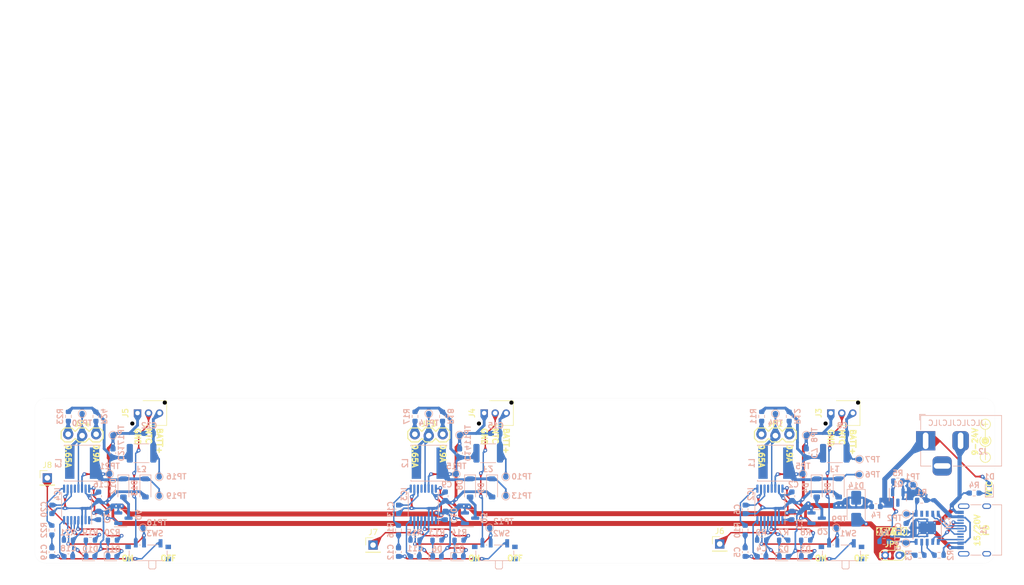
<source format=kicad_pcb>
(kicad_pcb (version 20240108) (generator "pcbnew") (generator_version "8.0")
  (layers (0 "F.Cu" signal) (31 "B.Cu" signal) (34 "B.Paste" user) (35 "F.Paste" user) (36 "B.SilkS" user "B.Silkscreen") (37 "F.SilkS" user "F.Silkscreen") (38 "B.Mask" user) (39 "F.Mask" user) (44 "Edge.Cuts" user))
  (net 0 "")
  (net 1 "VDD")
  (net 2 "GND")
  (net 3 "VCC")
  (net 4 "Net-(C5-Pad1)")
  (net 5 "/CN3702 Charger1/BAT")
  (net 6 "Net-(IC3-VG)")
  (net 7 "Net-(IC3-COM1)")
  (net 8 "Net-(C12-Pad1)")
  (net 9 "Net-(IC3-COM3)")
  (net 10 "/CN3702 Charger2/BAT")
  (net 11 "Net-(IC4-VG)")
  (net 12 "Net-(IC4-COM1)")
  (net 13 "Net-(C19-Pad1)")
  (net 14 "Net-(IC4-COM3)")
  (net 15 "/CN3702 Charger3/BAT")
  (net 16 "Net-(D1-K)")
  (net 17 "Net-(D2-K)")
  (net 18 "Net-(D3-K)")
  (net 19 "Net-(D4-K)")
  (net 20 "Net-(D4-A)")
  (net 21 "Net-(D6-K)")
  (net 22 "Net-(D7-K)")
  (net 23 "Net-(D8-K)")
  (net 24 "Net-(D8-A)")
  (net 25 "Net-(D10-K)")
  (net 26 "Net-(D11-K)")
  (net 27 "Net-(D12-K)")
  (net 28 "Net-(D12-A)")
  (net 29 "/CN3702 Charger1/GNDA")
  (net 30 "Net-(IC2-VG)")
  (net 31 "Net-(IC2-COM1)")
  (net 32 "/CN3702 Charger1/TEMP")
  (net 33 "Net-(IC2-COM3)")
  (net 36 "/CN3702 Charger1/CSP")
  (net 37 "Net-(IC1-VBUS)")
  (net 38 "Net-(IC1-CFG1)")
  (net 39 "Net-(IC1-PG)")
  (net 40 "/DP")
  (net 41 "/DM")
  (net 42 "/CC2")
  (net 43 "/CC1")
  (net 44 "Net-(IC2-DRV)")
  (net 46 "Net-(IC2-COM2)")
  (net 47 "Net-(IC2-EOC)")
  (net 48 "Net-(IC3-CHRG)")
  (net 49 "Net-(IC3-DONE)")
  (net 50 "/CN3702 Charger2/TEMP")
  (net 51 "Net-(IC3-EOC)")
  (net 52 "Net-(IC3-COM2)")
  (net 54 "/CN3702 Charger2/CSP")
  (net 55 "Net-(IC3-DRV)")
  (net 56 "Net-(IC2-DONE)")
  (net 57 "Net-(IC4-CHRG)")
  (net 58 "Net-(IC4-DONE)")
  (net 59 "/CN3702 Charger3/TEMP")
  (net 60 "Net-(IC4-EOC)")
  (net 61 "Net-(IC4-COM2)")
  (net 63 "/CN3702 Charger3/CSP")
  (net 64 "Net-(IC4-DRV)")
  (net 65 "VBUS")
  (net 70 "/CN3702 Charger1/NTC")
  (net 71 "/CN3702 Charger2/NTC")
  (net 72 "/CN3702 Charger3/NTC")
  (net 73 "Net-(JP1-B)")
  (net 74 "Net-(JP2-A)")
  (net 75 "Net-(JP2-B)")
  (net 76 "Net-(JP3-A)")
  (net 77 "Net-(JP3-B)")
  (net 78 "Net-(JP4-A)")
  (net 79 "Net-(JP4-B)")
  (net 80 "Net-(Q1-G)")
  (net 81 "Net-(IC2-CHRG)")
  (net 82 "/CN3702 Charger2/GNDA")
  (net 83 "/CN3702 Charger3/GNDA")
  (net 84 "/CN3702 Charger1/+BATT")
  (net 85 "/CN3702 Charger2/+BATT")
  (net 86 "/CN3702 Charger3/+BATT")
  (net 87 "/CN3702 Charger1/VCC")
  (footprint "MountingHole:MountingHole_3.2mm_M3_ISO7380" (layer "F.Cu") (at 125 132.5)
    (property "Reference" "REF**" (hide yes))
    (property "Value" "MountingHole_3.2mm_M3_ISO7380")
  )
  (footprint "MountingHole:MountingHole_2.1mm" (layer "F.Cu") (at 94.25 124.5)
    (property "Reference" "REF**" (hide yes))
    (property "Value" "MountingHole_2.1mm")
  )
  (footprint "TestPoint:TestPoint_2Pads_Pitch2.54mm_Drill0.8mm" (layer "F.Cu") (at 247.074726 151.056984)
    (property "Reference" "JP1")
    (property "Value" "Jumper_2_Bridged")
  )
  (footprint "Connector_PinHeader_2.54mm:PinHeader_1x01_P2.54mm_Vertical" (layer "F.Cu") (at 217 149)
    (property "Reference" "J6")
    (property "Value" "Conn_01x01_Pin")
  )
  (footprint "MountingHole:MountingHole_2.1mm" (layer "F.Cu") (at 264.25 124)
    (property "Reference" "REF**" (hide yes))
    (property "Value" "MountingHole_2.1mm")
  )
  (footprint "MountingHole:MountingHole_3.2mm_M3_ISO7380" (layer "F.Cu") (at 215 132.5)
    (property "Reference" "REF**" (hide yes))
    (property "Value" "MountingHole_3.2mm_M3_ISO7380")
  )
  (footprint "JH:BladeConn_1x03_P2.00mm_Lock" (layer "F.Cu") (at 111.1935 125.209684 90)
    (property "Reference" "J5")
    (property "Value" "Conn_01x03_Pin")
  )
  (footprint "Connector_PinHeader_2.54mm:PinHeader_1x01_P2.54mm_Vertical" (layer "F.Cu") (at 154 149.2)
    (property "Reference" "J7")
    (property "Value" "Conn_01x01_Pin")
  )
  (footprint "JH:BladeConn_1x03_P2.00mm_Lock" (layer "F.Cu") (at 237.1935 125.209684 90)
    (property "Reference" "J3")
    (property "Value" "Conn_01x03_Pin")
  )
  (footprint "SparkFun_Connectors:1X03_LOCK" (layer "F.Cu") (at 98.585 129.185184)
    (property "Reference" "JP4")
    (property "Value" "Jumper_3_Bridged12" (hide yes))
  )
  (footprint "MountingHole:MountingHole_3.2mm_M3_ISO7380" (layer "F.Cu") (at 187.5 132.5)
    (property "Reference" "REF**" (hide yes))
    (property "Value" "MountingHole_3.2mm_M3_ISO7380")
  )
  (footprint "SparkFun_Connectors:1X03_LOCK" (layer "F.Cu") (at 224.585 129.185184)
    (property "Reference" "JP2")
    (property "Value" "Jumper_3_Bridged12" (hide yes))
  )
  (footprint "MountingHole:MountingHole_3.2mm_M3_ISO7380" (layer "F.Cu") (at 125 149.25)
    (property "Reference" "REF**" (hide yes))
    (property "Value" "MountingHole_3.2mm_M3_ISO7380")
  )
  (footprint "Connector_PinHeader_2.54mm:PinHeader_1x01_P2.54mm_Vertical" (layer "F.Cu") (at 94.8 137)
    (property "Reference" "J8")
    (property "Value" "Conn_01x01_Pin")
  )
  (footprint "SparkFun_Connectors:1X03_LOCK" (layer "F.Cu") (at 161.585 129.185184)
    (property "Reference" "JP3")
    (property "Value" "Jumper_3_Bridged12" (hide yes))
  )
  (footprint "Symbol:Symbol_Barrel_Polarity" (layer "F.Cu") (at 265.2 130.25 90)
    (property "Reference" "REF**" (hide yes))
    (property "Value" "Symbol_Barrel_Polarity")
  )
  (footprint "JH:BladeConn_1x03_P2.00mm_Lock" (layer "F.Cu") (at 174.1935 125.209684 90)
    (property "Reference" "J4")
    (property "Value" "Conn_01x03_Pin")
  )
  (footprint "MountingHole:MountingHole_3.2mm_M3_ISO7380" (layer "F.Cu") (at 187.5 149.25)
    (property "Reference" "REF**" (hide yes))
    (property "Value" "MountingHole_3.2mm_M3_ISO7380")
  )
  (footprint "MountingHole:MountingHole_2.1mm" (layer "F.Cu") (at 194.5 151)
    (property "Reference" "REF**" (hide yes))
    (property "Value" "MountingHole_2.1mm")
  )
  (footprint "Package_SO:TSSOP-16_4.4x5mm_P0.65mm" (layer "B.Cu") (at 100.125 141.812184 90)
    (property "Reference" "IC4")
    (property "Value" "CN3702")
  )
  (footprint "Resistor_SMD:R_0603_1608Metric" (layer "B.Cu") (at 106.625 148.312184)
    (property "Reference" "R20")
    (property "Value" "1K")
  )
  (footprint "TestPoint:TestPoint_Pad_D1.0mm" (layer "B.Cu") (at 106.725 129.212184 180)
    (property "Reference" "TP17")
    (property "Value" "TestPoint")
  )
  (footprint "Capacitor_SMD:C_0603_1608Metric" (layer "B.Cu") (at 158.625 150.487184 -90)
    (property "Reference" "C12")
    (property "Value" "220nF")
  )
  (footprint "Package_TO_SOT_SMD:SOT-23" (layer "B.Cu") (at 171.625 144.312184)
    (property "Reference" "Q3")
    (property "Value" "PMOS")
  )
  (footprint "Resistor_SMD:R_0603_1608Metric" (layer "B.Cu") (at 256.873036 151.056984)
    (property "Reference" "R2")
    (property "Value" "10K")
  )
  (footprint "Capacitor_SMD:C_0603_1608Metric" (layer "B.Cu") (at 95.625 142.712184 -90)
    (property "Reference" "C20")
    (property "Value" "100nF")
  )
  (footprint "Diode_SMD:D_SOD-123" (layer "B.Cu") (at 175.625 138.812184 -90)
    (property "Reference" "D9")
    (property "Value" "D_Schottky")
  )
  (footprint "TestPoint:TestPoint_Pad_D1.0mm" (layer "B.Cu") (at 178.125 140.312184 180)
    (property "Reference" "TP13")
    (property "Value" "TestPoint")
  )
  (footprint "Resistor_SMD:R_0603_1608Metric" (layer "B.Cu") (at 95.625 146.487184 -90)
    (property "Reference" "R22")
    (property "Value" "120")
  )
  (footprint "Resistor_SMD:R_0603_1608Metric" (layer "B.Cu") (at 166.625 125.812184 90)
    (property "Reference" "R18")
    (property "Value" "0.22R")
  )
  (footprint "Button_Switch_SMD:SW_SPDT_PCM12" (layer "B.Cu") (at 176.125 150.312184 180)
    (property "Reference" "SW2")
    (property "Value" "SW_SPDT")
  )
  (footprint "TestPoint:TestPoint_Pad_D1.0mm" (layer "B.Cu") (at 112.175 146.062184 180)
    (property "Reference" "TP18")
    (property "Value" "TestPoint")
  )
  (footprint "Capacitor_SMD:C_0603_1608Metric" (layer "B.Cu") (at 169.725 132.512184 90)
    (property "Reference" "C14")
    (property "Value" "10uF")
  )
  (footprint "Capacitor_SMD:C_0603_1608Metric" (layer "B.Cu") (at 221.625 150.487184 -90)
    (property "Reference" "C5")
    (property "Value" "220nF")
  )
  (footprint "NetTie:NetTie-2_SMD_Pad0.5mm" (layer "B.Cu") (at 227.625 142.512184 180)
    (property "Reference" "NT1" (hide yes))
    (property "Value" "NetTie_2")
  )
  (footprint "TestPoint:TestPoint_Pad_D1.0mm" (layer "B.Cu") (at 250.85 148.825 180)
    (property "Reference" "TP3")
    (property "Value" "TestPoint")
  )
  (footprint "Package_SO:TSSOP-16_4.4x5mm_P0.65mm" (layer "B.Cu") (at 226.125 141.812184 90)
    (property "Reference" "IC2")
    (property "Value" "CN3702")
  )
  (footprint "Resistor_SMD:R_0603_1608Metric" (layer "B.Cu") (at 253.70875 141.056984 180)
    (property "Reference" "R1")
    (property "Value" "1K")
  )
  (footprint "Capacitor_SMD:C_0603_1608Metric" (layer "B.Cu") (at 167.125 140.312184 -90)
    (property "Reference" "C9")
    (property "Value" "10uF")
  )
  (footprint "Capacitor_SMD:C_0603_1608Metric" (layer "B.Cu") (at 224.625 151.312184)
    (property "Reference" "C4")
    (property "Value" "470pF")
  )
  (footprint "LED_SMD:LED_0603_1608Metric" (layer "B.Cu") (at 169.625 151.312184)
    (property "Reference" "D7")
    (property "Value" "LED")
  )
  (footprint "TestPoint:TestPoint_Pad_D1.0mm" (layer "B.Cu") (at 227.125 125.312184 180)
    (property "Reference" "TP4")
    (property "Value" "TestPoint")
  )
  (footprint "Resistor_SMD:R_0603_1608Metric" (layer "B.Cu") (at 228.625 148.312184)
    (property "Reference" "R7")
    (property "Value" "1K")
  )
  (footprint "Package_TO_SOT_SMD:SOT-23" (layer "B.Cu") (at 249.373036 140.556984 -90)
    (property "Reference" "Q1")
    (property "Value" "PMOS")
  )
  (footprint "Resistor_SMD:R_0603_1608Metric" (layer "B.Cu") (at 224.625 125.812184 90)
    (property "Reference" "R11")
    (property "Value" "0.3R")
  )
  (footprint "NetTie:NetTie-2_SMD_Pad0.5mm" (layer "B.Cu") (at 164.625 142.512184 180)
    (property "Reference" "NT2" (hide yes))
    (property "Value" "NetTie_2")
  )
  (footprint "TestPoint:TestPoint_Pad_D1.0mm" (layer "B.Cu") (at 232.725 129.212184 180)
    (property "Reference" "TP8")
    (property "Value" "TestPoint")
  )
  (footprint "Resistor_SMD:R_0603_1608Metric" (layer "B.Cu") (at 253.373036 151.056984)
    (property "Reference" "R3")
    (property "Value" "56K")
  )
  (footprint "Capacitor_SMD:C_0603_1608Metric" (layer "B.Cu") (at 113.2935 128.909684 180)
    (property "Reference" "C22")
    (property "Value" "DNP")
  )
  (footprint "Capacitor_SMD:C_0603_1608Metric" (layer "B.Cu") (at 230.125 143.812184 -90)
    (property "Reference" "C3")
    (property "Value" "0.1uF")
  )
  (footprint "LED_SMD:LED_0603_1608Metric" (layer "B.Cu") (at 266 139 90)
    (property "Reference" "D1")
    (property "Value" "LED")
  )
  (footprint "TestPoint:TestPoint_Pad_D1.0mm" (layer "B.Cu") (at 169.125 136.312184 180)
    (property "Reference" "TP15")
    (property "Value" "TestPoint")
  )
  (footprint "JH:BarrelJack_Lock" (layer "B.Cu") (at 254.42875 130.25 180)
    (property "Reference" "J2")
    (property "Value" "Barrel_Jack_Switch")
  )
  (footprint "TestPoint:TestPoint_Pad_D1.0mm" (layer "B.Cu") (at 250.873036 143.556984 180)
    (property "Reference" "TP2")
    (property "Value" "TestPoint")
  )
  (footprint "Resistor_SMD:R_0603_1608Metric" (layer "B.Cu") (at 249.373036 137.556984 180)
    (property "Reference" "R5")
    (property "Value" "10K")
  )
  (footprint "Diode_SMD:D_SOD-123" (layer "B.Cu") (at 171.625 138.812184 -90)
    (property "Reference" "D8")
    (property "Value" "D_Schottky")
  )
  (footprint "TestPoint:TestPoint_Pad_D1.0mm" (layer "B.Cu") (at 115.125 140.312184 180)
    (property "Reference" "TP19")
    (property "Value" "TestPoint")
  )
  (footprint "Capacitor_SMD:C_0603_1608Metric" (layer "B.Cu") (at 98.625 151.312184)
    (property "Reference" "C18")
    (property "Value" "470pF")
  )
  (footprint "Capacitor_SMD:C_0603_1608Metric" (layer "B.Cu") (at 104.125 143.812184 -90)
    (property "Reference" "C17")
    (property "Value" "0.1uF")
  )
  (footprint "Fuse:Fuse_0603_1608Metric" (layer "B.Cu") (at 245.4 142.2 180)
    (property "Reference" "F4")
    (property "Value" "3A Fuse")
  )
  (footprint "TestPoint:TestPoint_Pad_D1.0mm" (layer "B.Cu") (at 101.125 125.312184 180)
    (property "Reference" "TP20")
    (property "Value" "TestPoint")
  )
  (footprint "Capacitor_SMD:C_0603_1608Metric" (layer "B.Cu") (at 158.625 142.712184 -90)
    (property "Reference" "C13")
    (property "Value" "100nF")
  )
  (footprint "TestPoint:TestPoint_Pad_D1.0mm" (layer "B.Cu") (at 178.125 136.812184 180)
    (property "Reference" "TP10")
    (property "Value" "TestPoint")
  )
  (footprint "TestPoint:TestPoint_Pad_D1.0mm" (layer "B.Cu") (at 242.4 133.6 180)
    (property "Reference" "TP7")
    (property "Value" "TestPoint")
  )
  (footprint "Diode_SMD:D_SOD-123" (layer "B.Cu") (at 112.625 138.812184 -90)
    (property "Reference" "D13")
    (property "Value" "D_Schottky")
  )
  (footprint "Resistor_SMD:R_1812_4532Metric" (layer "B.Cu") (at 174.925 132.512184)
    (property "Reference" "F2")
    (property "Value" "Polyfuse")
  )
  (footprint "TestPoint:TestPoint_Pad_D1.0mm" (layer "B.Cu") (at 175.175 146.062184 180)
    (property "Reference" "TP12")
    (property "Value" "TestPoint")
  )
  (footprint "TestPoint:TestPoint_Pad_D1.0mm" (layer "B.Cu") (at 115.125 136.812184 180)
    (property "Reference" "TP16")
    (property "Value" "TestPoint")
  )
  (footprint "NetTie:NetTie-2_SMD_Pad0.5mm" (layer "B.Cu") (at 101.625 142.512184 180)
    (property "Reference" "NT3" (hide yes))
    (property "Value" "NetTie_2")
  )
  (footprint "Resistor_SMD:R_0603_1608Metric" (layer "B.Cu") (at 158.625 146.487184 -90)
    (property "Reference" "R16")
    (property "Value" "120")
  )
  (footprint "LED_SMD:LED_0603_1608Metric" (layer "B.Cu") (at 165.625 151.312184)
    (property "Reference" "D6")
    (property "Value" "LED")
  )
  (footprint "LED_SMD:LED_0603_1608Metric" (layer "B.Cu") (at 102.625 151.312184)
    (property "Reference" "D10")
    (property "Value" "LED")
  )
  (footprint "Resistor_SMD:R_0603_1608Metric" (layer "B.Cu") (at 221.625 146.487184 -90)
    (property "Reference" "R10")
    (property "Value" "120")
  )
  (footprint "Capacitor_SMD:C_0603_1608Metric" (layer "B.Cu") (at 221.625 142.712184 -90)
    (property "Reference" "C6")
    (property "Value" "100nF")
  )
  (footprint "Diode_SMD:D_SMA" (layer "B.Cu") (at 241.8 142.6 -90)
    (property "Reference" "D14")
    (property "Value" "D_Schottky")
  )
  (footprint "Resistor_SMD:R_0603_1608Metric" (layer "B.Cu") (at 98.625 125.812184 90)
    (property "Reference" "R23")
    (property "Value" "0.3R")
  )
  (footprint "Resistor_SMD:R_0603_1608Metric" (layer "B.Cu") (at 232.625 148.312184)
    (property "Reference" "R8")
    (property "Value" "1K")
  )
  (footprint "Capacitor_SMD:C_0603_1608Metric" (layer "B.Cu") (at 167.125 143.812184 -90)
    (property "Reference" "C10")
    (property "Value" "0.1uF")
  )
  (footprint "Inductor_SMD:L_Sunlord_SWPA6045S" (layer "B.Cu") (at 164.125 134.312184 180)
    (property "Reference" "L2")
    (property "Value" "47uH")
  )
  (footprint "Resistor_SMD:R_0603_1608Metric" (layer "B.Cu") (at 169.625 148.312184)
    (property "Reference" "R14")
    (property "Value" "1K")
  )
  (footprint "Diode_SMD:D_SOD-123" (layer "B.Cu") (at 234.625 138.812184 -90)
    (property "Reference" "D4")
    (property "Value" "D_Schottky")
  )
  (footprint "Capacitor_SMD:C_0603_1608Metric" (layer "B.Cu") (at 230.125 140.312184 -90)
    (property "Reference" "C2")
    (property "Value" "10uF")
  )
  (footprint "Resistor_SMD:R_1812_4532Metric" (layer "B.Cu") (at 237.925 132.512184)
    (property "Reference" "F1")
    (property "Value" "Polyfuse")
  )
  (footprint "Resistor_SMD:R_0603_1608Metric" (layer "B.Cu") (at 246.873036 148.556984 180)
    (property "Reference" "R6")
    (property "Value" "100")
  )
  (footprint "Button_Switch_SMD:SW_SPDT_PCM12" (layer "B.Cu") (at 113.125 150.312184 180)
    (property "Reference" "SW3")
    (property "Value" "SW_SPDT")
  )
  (footprint "Package_SO:TSSOP-16_4.4x5mm_P0.65mm" (layer "B.Cu") (at 163.125 141.812184 90)
    (property "Reference" "IC3")
    (property "Value" "CN3702")
  )
  (footprint "Diode_SMD:D_SOD-123" (layer "B.Cu") (at 108.625 138.812184 -90)
    (property "Reference" "D12")
    (property "Value" "D_Schottky")
  )
  (footprint "TestPoint:TestPoint_Pad_D1.0mm" (layer "B.Cu") (at 106.125 136.312184 180)
    (property "Reference" "TP21")
    (property "Value" "TestPoint")
  )
  (footprint "LED_SMD:LED_0603_1608Metric" (layer "B.Cu") (at 232.625 151.312184)
    (property "Reference" "D3")
    (property "Value" "LED")
  )
  (footprint "JH:ESSOP-10_3.9x4.9mm_P1.00mm_EP2.3x3.2mm_ThermalVias" (layer "B.Cu") (at 254.70875 146.056984 -90)
    (property "Reference" "IC1")
    (property "Value" "CH224K")
  )
  (footprint "Capacitor_SMD:C_0603_1608Metric" (layer "B.Cu") (at 95.625 150.487184 -90)
    (property "Reference" "C19")
    (property "Value" "220nF")
  )
  (footprint "LED_SMD:LED_0603_1608Metric" (layer "B.Cu") (at 228.625 151.312184)
    (property "Reference" "D2")
    (property "Value" "LED")
  )
  (footprint "Resistor_SMD:R_0603_1608Metric" (layer "B.Cu") (at 263.25 139.75 180)
    (property "Reference" "R4")
    (property "Value" "4.7K")
  )
  (footprint "Button_Switch_SMD:SW_SPDT_PCM12" (layer "B.Cu") (at 239.125 150.312184 180)
    (property "Reference" "SW1")
    (property "Value" "SW_SPDT")
  )
  (footprint "Resistor_SMD:R_0603_1608Metric" (layer "B.Cu") (at 165.625 148.312184)
    (property "Reference" "R13")
    (property "Value" "1K")
  )
  (footprint "Resistor_SMD:R_0603_1608Metric" (layer "B.Cu") (at 229.625 125.812184 90)
    (property "Reference" "R12")
    (property "Value" "0.22R")
  )
  (footprint "Resistor_SMD:R_0603_1608Metric" (layer "B.Cu") (at 103.625 125.812184 90)
    (property "Reference" "R24")
    (property "Value" "0.22R")
  )
  (footprint "TestPoint:TestPoint_Pad_D1.0mm" (layer "B.Cu") (at 238.175 146.062184 180)
    (property "Reference" "TP9")
    (property "Value" "TestPoint")
  )
  (footprint "Capacitor_SMD:C_0603_1608Metric" (layer "B.Cu") (at 232.725 132.512184 90)
    (property "Reference" "C7")
    (property "Value" "10uF")
  )
  (footprint "TestPoint:TestPoint_Pad_D1.0mm" (layer "B.Cu") (at 164.125 125.312184 180)
    (property "Reference" "TP14")
    (property "Value" "TestPoint")
  )
  (footprint "Capacitor_SMD:C_0603_1608Metric" (layer "B.Cu") (at 176.2935 128.909684 180)
    (property "Reference" "C15")
    (property "Value" "DNP")
  )
  (footprint "Capacitor_SMD:C_0603_1608Metric" (layer "B.Cu") (at 161.625 151.312184)
    (property "Reference" "C11")
    (property "Value" "470pF")
  )
  (footprint "TestPoint:TestPoint_Pad_D1.0mm" (layer "B.Cu") (at 252.164775 138.23641 180)
    (property "Reference" "TP1")
    (property "Value" "TestPoint")
  )
  (footprint "Resistor_SMD:R_1812_4532Metric" (layer "B.Cu") (at 111.925 132.512184)
    (property "Reference" "F3")
    (property "Value" "Polyfuse")
  )
  (footprint "Capacitor_SMD:C_0603_1608Metric" (layer "B.Cu") (at 104.125 140.312184 -90)
    (property "Reference" "C16")
    (property "Value" "10uF")
  )
  (footprint "Resistor_SMD:R_0603_1608Metric" (layer "B.Cu") (at 161.625 125.812184 90)
    (property "Reference" "R17")
    (property "Value" "0.3R")
  )
  (footprint "Inductor_SMD:L_Sunlord_SWPA6045S" (layer "B.Cu") (at 101.125 134.312184 180)
    (property "Reference" "L3")
    (property "Value" "47uH")
  )
  (footprint "Diode_SMD:D_SOD-123" (layer "B.Cu") (at 238.625 138.812184 -90)
    (property "Reference" "D5")
    (property "Value" "D_Schottky")
  )
  (footprint "TestPoint:TestPoint_Pad_D1.0mm" (layer "B.Cu") (at 242.4 136.4 180)
    (property "Reference" "TP6")
    (property "Value" "TestPoint")
  )
  (footprint "Resistor_SMD:R_0603_1608Metric" (layer "B.Cu") (at 102.625 148.312184)
    (property "Reference" "R19")
    (property "Value" "1K")
  )
  (footprint "Package_TO_SOT_SMD:SOT-23" (layer "B.Cu") (at 234.625 144.312184)
    (property "Reference" "Q2")
    (property "Value" "PMOS")
  )
  (footprint "Capacitor_SMD:C_0603_1608Metric" (layer "B.Cu") (at 239.2935 128.909684 180)
    (property "Reference" "C8")
    (property "Value" "DNP")
  )
  (footprint "Capacitor_SMD:C_0603_1608Metric" (layer "B.Cu") (at 106.725 132.512184 90)
    (property "Reference" "C21")
    (property "Value" "10uF")
  )
  (footprint "Capacitor_SMD:C_0603_1608Metric" (layer "B.Cu") (at 250.873036 146.056984 -90)
    (property "Reference" "C1")
    (property "Value" "1uF")
  )
  (footprint "Package_TO_SOT_SMD:SOT-23" (layer "B.Cu") (at 108.625 144.312184)
    (property "Reference" "Q4")
    (property "Value" "PMOS")
  )
  (footprint "Connector_USB:USB_C_Receptacle_XKB_U262-16XN-4BVC11" (layer "B.Cu") (at 264.45 146.456984 -90)
    (property "Reference" "J1")
    (property "Value" "USB_C_Receptacle_USB2.0")
  )
  (footprint "TestPoint:TestPoint_Pad_D1.0mm" (layer "B.Cu") (at 169.725 129.212184 180)
    (property "Reference" "TP11")
    (property "Value" "TestPoint")
  )
  (footprint "Resistor_SMD:R_0603_1608Metric" (layer "B.Cu") (at 224.625 148.312184)
    (property "Reference" "R9")
    (property "Value" "100k")
  )
  (footprint "TestPoint:TestPoint_Pad_D1.0mm" (layer "B.Cu") (at 232.125 136.312184 180)
    (property "Reference" "TP5")
    (property "Value" "TestPoint")
  )
  (footprint "Resistor_SMD:R_0603_1608Metric" (layer "B.Cu") (at 98.625 148.312184)
    (property "Reference" "R21")
    (property "Value" "100k")
  )
  (footprint "Inductor_SMD:L_Sunlord_SWPA6045S" (layer "B.Cu") (at 227.125 134.312184 180)
    (property "Reference" "L1")
    (property "Value" "47uH")
  )
  (footprint "LED_SMD:LED_0603_1608Metric" (layer "B.Cu") (at 106.625 151.312184)
    (property "Reference" "D11")
    (property "Value" "LED")
  )
  (footprint "Resistor_SMD:R_0603_1608Metric" (layer "B.Cu") (at 161.625 148.312184)
    (property "Reference" "R15")
    (property "Value" "100k")
  )
  (gr_line (start 267 124.5) (end 267 150.5) (stroke (width 0.01)) (layer "Edge.Cuts"))
  (gr_arc (start 267 150.5) (mid 266.414214 151.914214) (end 265 152.5) (stroke (width 0.01)) (layer "Edge.Cuts"))
  (gr_arc (start 92.5 124.5) (mid 93.085786 123.085786) (end 94.5 122.5) (stroke (width 0.01)) (layer "Edge.Cuts"))
  (gr_arc (start 94.5 152.5) (mid 93.085786 151.914214) (end 92.5 150.5) (stroke (width 0.01)) (layer "Edge.Cuts"))
  (gr_line (start 94.5 122.5) (end 265 122.5) (stroke (width 0.01)) (layer "Edge.Cuts"))
  (gr_line (start 265 152.5) (end 94.5 152.5) (stroke (width 0.01)) (layer "Edge.Cuts"))
  (gr_arc (start 265 122.5) (mid 266.414214 123.085786) (end 267 124.5) (stroke (width 0.01)) (layer "Edge.Cuts"))
  (gr_line (start 92.5 150.5) (end 92.5 124.5) (stroke (width 0.01)) (layer "Edge.Cuts"))
  (gr_text "JLCJLCJLCJLC" (at 260 127 0) (layer "B.SilkS") (effects (font (size 1 1)) (justify mirror)))
  (gr_text "OFF" (at 116.8 151.6 0) (layer "F.SilkS") (effects (font (size 1 1) (thickness 0.25) (bold yes))))
  (gr_text "0.65A" (at 98.585 130.75 270) (layer "F.SilkS") (effects (font (size 1 1) (thickness 0.25) (bold yes)) (justify left)))
  (gr_text "GND" (at 237.2 128 270) (layer "F.SilkS") (effects (font (size 1 1) (thickness 0.25) (bold yes)) (justify left)))
  (gr_text "-" (at 265.2 133.25 90) (layer "F.SilkS") (effects (font (size 1.2 1.2))))
  (gr_text "NTC" (at 176.2 127.8 270) (layer "F.SilkS") (effects (font (size 1 1) (thickness 0.25) (bold yes)) (justify left)))
  (gr_text "0.9A" (at 103.665 130.75 270) (layer "F.SilkS") (effects (font (size 1 1) (thickness 0.25) (bold yes)) (justify left)))
  (gr_text "OFF" (at 179.8 151.6 0) (layer "F.SilkS") (effects (font (size 1 1) (thickness 0.25) (bold yes))))
  (gr_text "ON" (at 109.4 151.6 0) (layer "F.SilkS") (effects (font (size 1 1) (thickness 0.25) (bold yes))))
  (gr_text "0.9A" (at 229.665 130.75 270) (layer "F.SilkS") (effects (font (size 1 1) (thickness 0.25) (bold yes)) (justify left)))
  (gr_text "0.65A" (at 224.585 130.75 270) (layer "F.SilkS") (effects (font (size 1 1) (thickness 0.25) (bold yes)) (justify left)))
  (gr_text "GND" (at 174.2 127.8 270) (layer "F.SilkS") (effects (font (size 1 1) (thickness 0.25) (bold yes)) (justify left)))
  (gr_text "BATT+" (at 178.2 127.8 270) (layer "F.SilkS") (effects (font (size 1 1) (thickness 0.25) (bold yes)) (justify left)))
  (gr_text "0.65A" (at 161.585 130.75 270) (layer "F.SilkS") (effects (font (size 1 1) (thickness 0.25) (bold yes)) (justify left)))
  (gr_text "BATT+" (at 115.2 127.8 270) (layer "F.SilkS") (effects (font (size 1 1) (thickness 0.25) (bold yes)) (justify left)))
  (gr_text "15V PD" (at 248.25 146.75 0) (layer "F.SilkS" knockout) (effects (font (size 1 1) (thickness 0.25) (bold yes))))
  (gr_text "VCC" (at 266 139 90) (layer "F.SilkS") (effects (font (size 1 1) (thickness 0.25) (bold yes))))
  (gr_text "0.9A" (at 166.665 130.75 270) (layer "F.SilkS") (effects (font (size 1 1) (thickness 0.25) (bold yes)) (justify left)))
  (gr_text "ON" (at 235.4 151.6 0) (layer "F.SilkS") (effects (font (size 1 1) (thickness 0.25) (bold yes))))
  (gr_text "OFF" (at 242.8 151.6 0) (layer "F.SilkS") (effects (font (size 1 1) (thickness 0.25) (bold yes))))
  (gr_text "GND" (at 111.2 127.8 270) (layer "F.SilkS") (effects (font (size 1 1) (thickness 0.25) (bold yes)) (justify left)))
  (gr_text "ON" (at 172.4 151.6 0) (layer "F.SilkS") (effects (font (size 1 1) (thickness 0.25) (bold yes))))
  (gr_text "9-24V" (at 264 130.4 90) (layer "F.SilkS") (effects (font (size 1 1) (thickness 0.25) (bold yes)) (justify bottom)))
  (gr_text "BATT+" (at 241.2 128 270) (layer "F.SilkS") (effects (font (size 1 1) (thickness 0.25) (bold yes)) (justify left)))
  (gr_text "15/20V\nPD" (at 266 146.5 90) (layer "F.SilkS") (effects (font (size 1 1) (thickness 0.25) (bold yes)) (justify bottom)))
  (gr_text "NTC" (at 113.2 127.8 270) (layer "F.SilkS") (effects (font (size 1 1) (thickness 0.25) (bold yes)) (justify left)))
  (gr_text "NTC" (at 239.2 128 270) (layer "F.SilkS") (effects (font (size 1 1) (thickness 0.25) (bold yes)) (justify left)))
  (gr_text "+" (at 265.2 127.25 90) (layer "F.SilkS") (effects (font (size 1.2 1.2))))
  (segment (start 252.648036 143.506984) (end 250.873036 145.281984) (width 0.254) (layer "B.Cu") (net 1))
  (segment (start 252.70875 143.506984) (end 252.648036 143.506984) (width 0.254) (layer "B.Cu") (net 1))
  (segment (start 250.923036 143.506984) (end 250.873036 143.556984) (width 0.254) (layer "B.Cu") (net 1))
  (segment (start 252.70875 143.506984) (end 252.70875 141.231984) (width 0.254) (layer "B.Cu") (net 1))
  (segment (start 252.70875 143.506984) (end 250.923036 143.506984) (width 0.254) (layer "B.Cu") (net 1))
  (segment (start 252.70875 141.231984) (end 252.88375 141.056984) (width 0.254) (layer "B.Cu") (net 1))
  (segment (start 256.177991 146.956984) (end 258.873036 149.652029) (width 0.762) (layer "F.Cu") (net 2))
  (segment (start 106.04833 140.888854) (end 105.425 141.512184) (width 0.508) (layer "F.Cu") (net 2))
  (segment (start 169.711 143.840501) (end 169.711 142.798184) (width 0.508) (layer "F.Cu") (net 2))
  (segment (start 232.062007 140.899287) (end 231.44911 141.512184) (width 0.508) (layer "F.Cu") (net 2))
  (segment (start 168.314003 145.373184) (end 168.219003 145.278184) (width 0.9) (layer "F.Cu") (net 2))
  (segment (start 168.219003 145.278184) (end 107.894 145.278184) (width 0.9) (layer "F.Cu") (net 2))
  (segment (start 231.219003 145.278184) (end 169.265597 145.278184) (width 0.9) (layer "F.Cu") (net 2))
  (segment (start 169.711 142.798184) (end 168.425 141.512184) (width 0.508) (layer "F.Cu") (net 2))
  (segment (start 245.775 146.7) (end 244.422184 145.347184) (width 0.9) (layer "F.Cu") (net 2))
  (segment (start 232.6 142.687184) (end 232.6 144.122184) (width 0.508) (layer "F.Cu") (net 2))
  (segment (start 106.725 130.775) (end 105.8609 131.6391) (width 0.508) (layer "F.Cu") (net 2))
  (segment (start 169.170597 145.373184) (end 168.314003 145.373184) (width 0.9) (layer "F.Cu") (net 2))
  (segment (start 259.194314 142.846105) (end 256.883435 145.156984) (width 0.762) (layer "F.Cu") (net 2))
  (segment (start 256.05875 146.956984) (end 256.177991 146.956984) (width 0.508) (layer "F.Cu") (net 2))
  (segment (start 231.314003 145.373184) (end 231.219003 145.278184) (width 0.9) (layer "F.Cu") (net 2))
  (segment (start 105.8609 133.375) (end 106.04833 133.56243) (width 0.508) (layer "F.Cu") (net 2))
  (segment (start 231.44911 141.512184) (end 231.425 141.512184) (width 0.508) (layer "F.Cu") (net 2))
  (segment (start 106.711 144.233184) (end 107.825 145.347184) (width 0.508) (layer "F.Cu") (net 2))
  (segment (start 232.725 130.775) (end 232.2 131.3) (width 0.508) (layer "F.Cu") (net 2))
  (segment (start 259.194314 142.5) (end 259.194314 142.846105) (width 0.762) (layer "F.Cu") (net 2))
  (segment (start 169.725 130.775) (end 169.078469 131.421531) (width 0.508) (layer "F.Cu") (net 2))
  (segment (start 244.422184 145.347184) (end 243.6 145.347184) (width 0.9) (layer "F.Cu") (net 2))
  (segment (start 233.825 145.347184) (end 233.799 145.373184) (width 0.9) (layer "F.Cu") (net 2))
  (segment (start 256.883435 145.156984) (end 256.05875 145.156984) (width 0.762) (layer "F.Cu") (net 2))
  (segment (start 243.6 145.347184) (end 233.825 145.347184) (width 0.9) (layer "F.Cu") (net 2))
  (segment (start 231.425 141.512184) (end 232.6 142.687184) (width 0.508) (layer "F.Cu") (net 2))
  (segment (start 105.425 141.512184) (end 106.711 142.798184) (width 0.508) (layer "F.Cu") (net 2))
  (segment (start 232.6 144.122184) (end 233.825 145.347184) (width 0.508) (layer "F.Cu") (net 2))
  (segment (start 105.8609 131.6391) (end 105.8609 133.375) (width 0.508) (layer "F.Cu") (net 2))
  (segment (start 232.2 131.3) (end 232.2 140.761294) (width 0.508) (layer "F.Cu") (net 2))
  (segment (start 106.711 142.798184) (end 106.711 144.233184) (width 0.508) (layer "F.Cu") (net 2))
  (segment (start 169.265597 145.278184) (end 169.170597 145.373184) (width 0.9) (layer "F.Cu") (net 2))
  (segment (start 171.217683 145.347184) (end 169.711 143.840501) (width 0.508) (layer "F.Cu") (net 2))
  (segment (start 169.078469 131.421531) (end 169.078469 140.858715) (width 0.508) (layer "F.Cu") (net 2))
  (segment (start 232.2 140.761294) (end 232.062007 140.899287) (width 0.508) (layer "F.Cu") (net 2))
  (segment (start 233.799 145.373184) (end 231.314003 145.373184) (width 0.9) (layer "F.Cu") (net 2))
  (segment (start 169.078469 140.858715) (end 168.425 141.512184) (width 0.508) (layer "F.Cu") (net 2))
  (segment (start 106.04833 133.56243) (end 106.04833 140.888854) (width 0.508) (layer "F.Cu") (net 2))
  (via (at 259.194314 142.5) (size 0.66) (drill 0.3) (layers "F.Cu" "B.Cu") (net 2))
  (via (at 249.55 147.275) (size 0.66) (drill 0.3) (layers "F.Cu" "B.Cu") (net 2))
  (via (at 169.078469 140.878291) (size 0.66) (drill 0.3) (layers "F.Cu" "B.Cu") (net 2))
  (via (at 106.04833 140.86397) (size 0.66) (drill 0.3) (layers "F.Cu" "B.Cu") (net 2))
  (via (at 168.425 141.512184) (size 0.66) (drill 0.3) (layers "F.Cu" "B.Cu") (net 2))
  (via (at 258.873036 149.652029) (size 0.66) (drill 0.3) (layers "F.Cu" "B.Cu") (net 2))
  (via (at 232.062007 140.899287) (size 0.66) (drill 0.3) (layers "F.Cu" "B.Cu") (net 2))
  (via (at 232.725 130.775) (size 0.66) (drill 0.3) (layers "F.Cu" "B.Cu") (net 2))
  (via (at 106.725 130.775) (size 0.66) (drill 0.3) (layers "F.Cu" "B.Cu") (net 2))
  (via (at 231.425 141.512184) (size 0.66) (drill 0.3) (layers "F.Cu" "B.Cu") (net 2))
  (via (at 243.6 145.347184) (size 0.66) (drill 0.3) (layers "F.Cu" "B.Cu") (net 2))
  (via (at 248.75 146.6) (size 0.66) (drill 0.3) (layers "F.Cu" "B.Cu") (net 2))
  (via (at 169.725 130.775) (size 0.66) (drill 0.3) (layers "F.Cu" "B.Cu") (net 2))
  (via (at 248.325 147.4) (size 0.66) (drill 0.3) (layers "F.Cu" "B.Cu") (net 2))
  (via (at 105.425 141.512184) (size 0.66) (drill 0.3) (layers "F.Cu" "B.Cu") (net 2))
  (segment (start 230.55 141.512184) (end 230.125 141.087184) (width 0.508) (layer "B.Cu") (net 2))
  (segment (start 232.725 130.775) (end 232.725 131.737184) (width 0.508) (layer "B.Cu") (net 2))
  (segment (start 233.0275 128.909684) (end 232.725 129.212184) (width 0.508) (layer "B.Cu") (net 2))
  (segment (start 253.35875 146.956984) (end 252.825 147.490734) (width 0.254) (layer "B.Cu") (net 2))
  (segment (start 174.6665 139.503684) (end 170.4335 139.503684) (width 0.508) (layer "B.Cu") (net 2))
  (segment (start 175.625 140.462184) (end 174.6665 139.503684) (width 0.508) (layer "B.Cu") (net 2))
  (segment (start 172.7185 128.909684) (end 172.1185 128.909684) (width 0.3048) (layer "B.Cu") (net 2))
  (segment (start 233.0275 128.909684) (end 235.1185 128.909684) (width 0.3048) (layer "B.Cu") (net 2))
  (segment (start 260.599145 140.486457) (end 261.335602 139.75) (width 0.3048) (layer "B.Cu") (net 2))
  (segment (start 172.1185 128.909684) (end 175.5185 128.909684) (width 0.3048) (layer "B.Cu") (net 2))
  (segment (start 106.725 129.212184) (end 106.725 130.775) (width 0.508) (layer "B.Cu") (net 2))
  (segment (start 165.625 142.512184) (end 165.125 142.512184) (width 0.3048) (layer "B.Cu") (net 2))
  (segment (start 169.725 129.212184) (end 169.725 130.775) (width 0.508) (layer "B.Cu") (net 2))
  (segment (start 106.725 130.775) (end 106.725 131.737184) (width 0.508) (layer "B.Cu") (net 2))
  (segment (start 102.125 142.512184) (end 102.555609 142.512184) (width 0.508) (layer "B.Cu") (net 2))
  (segment (start 105.425 141.512184) (end 104.55 141.512184) (width 0.508) (layer "B.Cu") (net 2))
  (segment (start 168.425 141.512184) (end 167.55 141.512184) (width 0.508) (layer "B.Cu") (net 2))
  (segment (start 237.6665 139.503684) (end 233.4335 139.503684) (width 0.508) (layer "B.Cu") (net 2))
  (segment (start 111.6665 139.503684) (end 107.4335 139.503684) (width 0.508) (layer "B.Cu") (net 2))
  (segment (start 174.1935 127.434684) (end 172.7185 128.909684) (width 0.508) (layer "B.Cu") (net 2))
  (segment (start 259.194314 141.891288) (end 259.194314 142.5) (width 0.762) (layer "B.Cu") (net 2))
  (segment (start 106.725 129.212184) (end 106.725 131.737184) (width 0.3048) (layer "B.Cu") (net 2))
  (segment (start 253.35875 145.156984) (end 252.825 144.623234) (width 0.254) (layer "B.Cu") (net 2))
  (segment (start 112.5185 128.909684) (end 107.0275 128.909684) (width 0.508) (layer "B.Cu") (net 2))
  (segment (start 107.0275 128.909684) (end 109.1185 128.909684) (width 0.3048) (layer "B.Cu") (net 2))
  (segment (start 111.1935 125.209684) (end 111.1935 127.434684) (width 0.508) (layer "B.Cu") (net 2))
  (segment (start 227.987816 142.512184) (end 227.75 142.75) (width 0.3048) (layer "B.Cu") (net 2))
  (segment (start 103.980609 141.087184) (end 102.633 142.434793) (width 0.508) (layer "B.Cu") (net 2))
  (segment (start 228.125 142.512184) (end 227.987816 142.512184) (width 0.3048) (layer "B.Cu") (net 2))
  (segment (start 228.125 142.512184) (end 228.555609 142.512184) (width 0.508) (layer "B.Cu") (net 2))
  (segment (start 101.987816 142.512184) (end 101.75 142.75) (width 0.3048) (layer "B.Cu") (net 2))
  (segment (start 235.7185 128.909684) (end 235.1185 128.909684) (width 0.3048) (layer "B.Cu") (net 2))
  (segment (start 230.125 141.087184) (end 229.980609 141.087184) (width 0.508) (layer "B.Cu") (net 2))
  (segment (start 235.1185 128.909684) (end 238.5185 128.909684) (width 0.3048) (layer "B.Cu") (net 2))
  (segment (start 260.599145 130.429605) (end 260.77875 130.25) (width 0.762) (layer "B.Cu") (net 2))
  (segment (start 227.75 144.674684) (end 227.75 143.71192) (width 0.3048) (layer "B.Cu") (net 2))
  (segment (start 112.625 140.462184) (end 111.6665 139.503684) (width 0.508) (layer "B.Cu") (net 2))
  (segment (start 164.75 143.712764) (end 164.75 142.75) (width 0.3048) (layer "B.Cu") (net 2))
  (segment (start 102.125 142.512184) (end 101.987816 142.512184) (width 0.3048) (layer "B.Cu") (net 2))
  (segment (start 165.125 142.512184) (end 165.555609 142.512184) (width 0.508) (layer "B.Cu") (net 2))
  (segment (start 167.55 141.512184) (end 167.125 141.087184) (width 0.508) (layer "B.Cu") (net 2))
  (segment (start 258.885991 149.664984) (end 260.39675 149.664984) (width 0.508) (layer "B.Cu") (net 2))
  (segment (start 232.725 129.212184) (end 232.725 130.775) (width 0.508) (layer "B.Cu") (net 2))
  (segment (start 107.4335 139.503684) (end 105.425 141.512184) (width 0.508) (layer "B.Cu") (net 2))
  (segment (start 164.75 144.674684) (end 164.75 143.71192) (width 0.3048) (layer "B.Cu") (net 2))
  (segment (start 259.943298 143.248984) (end 260.38075 143.248984) (width 0.508) (layer "B.Cu") (net 2))
  (segment (start 233.4335 139.503684) (end 231.425 141.512184) (width 0.508) (layer "B.Cu") (net 2))
  (segment (start 227.75 143.712764) (end 227.75 142.75) (width 0.3048) (layer "B.Cu") (net 2))
  (segment (start 260.599145 140.486457) (end 259.194314 141.891288) (width 0.762) (layer "B.Cu") (net 2))
  (segment (start 228.555609 142.512184) (end 228.633 142.434793) (width 0.508) (layer "B.Cu") (net 2))
  (segment (start 107.0275 128.909684) (end 106.725 129.212184) (width 0.508) (layer "B.Cu") (net 2))
  (segment (start 170.4335 139.503684) (end 168.425 141.512184) (width 0.508) (layer "B.Cu") (net 2))
  (segment (start 109.1185 128.909684) (end 112.5185 128.909684) (width 0.3048) (layer "B.Cu") (net 2))
  (segment (start 165.125 142.512184) (end 164.987816 142.512184) (width 0.3048) (layer "B.Cu") (net 2))
  (segment (start 175.5185 128.909684) (end 170.0275 128.909684) (width 0.508) (layer "B.Cu") (net 2))
  (segment (start 164.987816 142.512184) (end 164.75 142.75) (width 0.3048) (layer "B.Cu") (net 2))
  (segment (start 258.873036 149.652029) (end 258.885991 149.664984) (width 0.508) (layer "B.Cu") (net 2))
  (segment (start 260.599145 140.486457) (end 260.599145 130.429605) (width 0.762) (layer "B.Cu") (net 2))
  (segment (start 109.7185 128.909684) (end 109.1185 128.909684) (width 0.3048) (layer "B.Cu") (net 2))
  (segment (start 237.1935 125.209684) (end 237.1935 127.434684) (width 0.508) (layer "B.Cu") (net 2))
  (segment (start 101.75 144.674684) (end 101.75 143.71192) (width 0.3048) (layer "B.Cu") (net 2))
  (segment (start 102.625 142.512184) (end 102.125 142.512184) (width 0.3048) (layer "B.Cu") (net 2))
  (segment (start 259.194314 142.5) (end 259.943298 143.248984) (width 0.508) (layer "B.Cu") (net 2))
  (segment (start 174.1935 125.209684) (end 174.1935 127.434684) (width 0.508) (layer "B.Cu") (net 2))
  (segment (start 102.555609 142.512184) (end 102.633 142.434793) (width 0.508) (layer "B.Cu") (net 2))
  (segment (start 261.335602 139.75) (end 262.425 139.75) (width 0.3048) (layer "B.Cu") (net 2))
  (segment (start 104.125 141.087184) (end 103.980609 141.087184) (width 0.508) (layer "B.Cu") (net 2))
  (segment (start 165.555609 142.512184) (end 165.633 142.434793) (width 0.508) (layer "B.Cu") (net 2))
  (segment (start 169.725 129.212184) (end 169.725 131.737184) (width 0.3048) (layer "B.Cu") (net 2))
  (segment (start 167.125 141.087184) (end 166.980609 141.087184) (width 0.508) (layer "B.Cu") (net 2))
  (segment (start 260.39675 149.664984) (end 260.50075 149.768984) (width 0.2032) (layer "B.Cu") (net 2))
  (segment (start 111.1935 127.434684) (end 109.7185 128.909684) (width 0.508) (layer "B.Cu") (net 2))
  (segment (start 237.1935 127.434684) (end 235.7185 128.909684) (width 0.508) (layer "B.Cu") (net 2))
  (segment (start 170.0275 128.909684) (end 172.1185 128.909684) (width 0.3048) (layer "B.Cu") (net 2))
  (segment (start 228.625 142.512184) (end 228.125 142.512184) (width 0.3048) (layer "B.Cu") (net 2))
  (segment (start 229.980609 141.087184) (end 228.633 142.434793) (width 0.508) (layer "B.Cu") (net 2))
  (segment (start 169.725 130.775) (end 169.725 131.737184) (width 0.508) (layer "B.Cu") (net 2))
  (segment (start 166.980609 141.087184) (end 165.633 142.434793) (width 0.508) (layer "B.Cu") (net 2))
  (segment (start 104.55 141.512184) (end 104.125 141.087184) (width 0.508) (layer "B.Cu") (net 2))
  (segment (start 232.725 129.212184) (end 232.725 131.737184) (width 0.3048) (layer "B.Cu") (net 2))
  (segment (start 238.5185 128.909684) (end 233.0275 128.909684) (width 0.508) (layer "B.Cu") (net 2))
  (segment (start 170.0275 128.909684) (end 169.725 129.212184) (width 0.508) (layer "B.Cu") (net 2))
  (segment (start 242.852816 144.6) (end 243.6 145.347184) (width 0.3048) (layer "B.Cu") (net 2))
  (segment (start 241.8 144.6) (end 242.852816 144.6) (width 0.3048) (layer "B.Cu") (net 2))
  (segment (start 101.75 143.712764) (end 101.75 142.75) (width 0.3048) (layer "B.Cu") (net 2))
  (segment (start 238.625 140.462184) (end 237.6665 139.503684) (width 0.508) (layer "B.Cu") (net 2))
  (segment (start 231.425 141.512184) (end 230.55 141.512184) (width 0.508) (layer "B.Cu") (net 2))
  (segment (start 263.5 136.75) (end 257 130.25) (width 0.3048) (layer "F.Cu") (net 3))
  (segment (start 264.75 136.75) (end 263.5 136.75) (width 0.3048) (layer "F.Cu") (net 3))
  (segment (start 257 130.25) (end 254.42875 130.25) (width 0.3048) (layer "F.Cu") (net 3))
  (via (at 264.75 136.75) (size 0.66) (drill 0.3) (layers "F.Cu" "B.Cu") (net 3))
  (segment (start 266 138.2125) (end 266 138) (width 0.3048) (layer "B.Cu") (net 3))
  (segment (start 246.994036 137.230964) (end 253.975 130.25) (width 0.9) (layer "B.Cu") (net 3))
  (segment (start 253.975 130.25) (end 254.42875 130.25) (width 0.9) (layer "B.Cu") (net 3))
  (segment (start 266 138) (end 264.75 136.75) (width 0.3048) (layer "B.Cu") (net 3))
  (segment (start 246.994036 141) (end 246.994036 137.230964) (width 0.9) (layer "B.Cu") (net 3))
  (segment (start 221.625 147.312184) (end 221.625 149.712184) (width 0.254) (layer "B.Cu") (net 4))
  (segment (start 230.925 136.312184) (end 228.125 136.312184) (width 0.3048) (layer "F.Cu") (net 5))
  (segment (start 228.125 136.312184) (end 227.525 136.312184) (width 0.3048) (layer "F.Cu") (net 5))
  (via (at 227.525 136.312184) (size 0.66) (drill 0.3) (layers "F.Cu" "B.Cu") (net 5))
  (via (at 230.925 136.312184) (size 0.66) (drill 0.3) (layers "F.Cu" "B.Cu") (net 5))
  (segment (start 232.125 136.312184) (end 230.925 136.312184) (width 0.3048) (layer "B.Cu") (net 5))
  (segment (start 231.125 131.687184) (end 232.725 133.287184) (width 0.508) (layer "B.Cu") (net 5))
  (segment (start 224.625 124.987184) (end 225.308 124.304184) (width 0.508) (layer "B.Cu") (net 5))
  (segment (start 232.125 133.887184) (end 232.725 133.287184) (width 0.3048) (layer "B.Cu") (net 5))
  (segment (start 232.125 136.312184) (end 232.125 133.887184) (width 0.3048) (layer "B.Cu") (net 5))
  (segment (start 231.125 126.487184) (end 231.125 130.525) (width 0.508) (layer "B.Cu") (net 5))
  (segment (start 227.525 136.312184) (end 227.1 136.737184) (width 0.3048) (layer "B.Cu") (net 5))
  (segment (start 227.1 136.737184) (end 227.1 138.949684) (width 0.3048) (layer "B.Cu") (net 5))
  (segment (start 225.308 124.304184) (end 228.942 124.304184) (width 0.508) (layer "B.Cu") (net 5))
  (segment (start 231.125 130.525) (end 231.125 131.687184) (width 0.508) (layer "B.Cu") (net 5))
  (segment (start 232.725 133.287184) (end 235.0125 133.287184) (width 0.508) (layer "B.Cu") (net 5))
  (segment (start 229.625 124.987184) (end 231.125 126.487184) (width 0.508) (layer "B.Cu") (net 5))
  (segment (start 228.942 124.304184) (end 229.625 124.987184) (width 0.508) (layer "B.Cu") (net 5))
  (segment (start 235.0125 133.287184) (end 235.7875 132.512184) (width 0.508) (layer "B.Cu") (net 5))
  (segment (start 165.4875 144.587184) (end 165.4 144.674684) (width 0.3048) (layer "B.Cu") (net 6))
  (segment (start 167.125 144.587184) (end 165.4875 144.587184) (width 0.3048) (layer "B.Cu") (net 6))
  (segment (start 160.85 151.312184) (end 160.0698 150.531984) (width 0.254) (layer "B.Cu") (net 7))
  (segment (start 160.0698 150.531984) (end 160.0698 145.454884) (width 0.254) (layer "B.Cu") (net 7))
  (segment (start 160.0698 145.454884) (end 160.85 144.674684) (width 0.254) (layer "B.Cu") (net 7))
  (segment (start 158.625 147.312184) (end 158.625 149.712184) (width 0.254) (layer "B.Cu") (net 8))
  (segment (start 158.625 141.937184) (end 160.5 141.937184) (width 0.254) (layer "B.Cu") (net 9))
  (segment (start 162.15 140.287184) (end 162.15 138.949684) (width 0.254) (layer "B.Cu") (net 9))
  (segment (start 160.5 141.937184) (end 162.15 140.287184) (width 0.254) (layer "B.Cu") (net 9))
  (segment (start 167.925 136.312184) (end 165.125 136.312184) (width 0.3048) (layer "F.Cu") (net 10))
  (segment (start 165.125 136.312184) (end 164.525 136.312184) (width 0.3048) (layer "F.Cu") (net 10))
  (via (at 164.525 136.312184) (size 0.66) (drill 0.3) (layers "F.Cu" "B.Cu") (net 10))
  (via (at 167.925 136.312184) (size 0.66) (drill 0.3) (layers "F.Cu" "B.Cu") (net 10))
  (segment (start 169.125 133.887184) (end 169.725 133.287184) (width 0.3048) (layer "B.Cu") (net 10))
  (segment (start 161.625 124.987184) (end 162.308 124.304184) (width 0.508) (layer "B.Cu") (net 10))
  (segment (start 168.125 126.487184) (end 168.125 130.525) (width 0.508) (layer "B.Cu") (net 10))
  (segment (start 164.525 136.312184) (end 164.1 136.737184) (width 0.3048) (layer "B.Cu") (net 10))
  (segment (start 164.1 136.737184) (end 164.1 138.949684) (width 0.3048) (layer "B.Cu") (net 10))
  (segment (start 169.125 136.312184) (end 169.125 133.887184) (width 0.3048) (layer "B.Cu") (net 10))
  (segment (start 168.125 131.687184) (end 169.725 133.287184) (width 0.508) (layer "B.Cu") (net 10))
  (segment (start 162.308 124.304184) (end 165.942 124.304184) (width 0.508) (layer "B.Cu") (net 10))
  (segment (start 169.125 136.312184) (end 167.925 136.312184) (width 0.3048) (layer "B.Cu") (net 10))
  (segment (start 172.0125 133.287184) (end 172.7875 132.512184) (width 0.508) (layer "B.Cu") (net 10))
  (segment (start 169.725 133.287184) (end 172.0125 133.287184) (width 0.508) (layer "B.Cu") (net 10))
  (segment (start 165.942 124.304184) (end 166.625 124.987184) (width 0.508) (layer "B.Cu") (net 10))
  (segment (start 168.125 130.525) (end 168.125 131.687184) (width 0.508) (layer "B.Cu") (net 10))
  (segment (start 166.625 124.987184) (end 168.125 126.487184) (width 0.508) (layer "B.Cu") (net 10))
  (segment (start 102.4875 144.587184) (end 102.4 144.674684) (width 0.3048) (layer "B.Cu") (net 11))
  (segment (start 104.125 144.587184) (end 102.4875 144.587184) (width 0.3048) (layer "B.Cu") (net 11))
  (segment (start 97.0698 145.454884) (end 97.85 144.674684) (width 0.254) (layer "B.Cu") (net 12))
  (segment (start 97.85 151.312184) (end 97.0698 150.531984) (width 0.254) (layer "B.Cu") (net 12))
  (segment (start 97.0698 150.531984) (end 97.0698 145.454884) (width 0.254) (layer "B.Cu") (net 12))
  (segment (start 95.625 147.312184) (end 95.625 149.712184) (width 0.254) (layer "B.Cu") (net 13))
  (segment (start 97.5 141.937184) (end 99.15 140.287184) (width 0.254) (layer "B.Cu") (net 14))
  (segment (start 99.15 140.287184) (end 99.15 138.949684) (width 0.254) (layer "B.Cu") (net 14))
  (segment (start 95.625 141.937184) (end 97.5 141.937184) (width 0.254) (layer "B.Cu") (net 14))
  (segment (start 104.925 136.312184) (end 102.125 136.312184) (width 0.3048) (layer "F.Cu") (net 15))
  (segment (start 102.125 136.312184) (end 101.525 136.312184) (width 0.3048) (layer "F.Cu") (net 15))
  (via (at 101.525 136.312184) (size 0.66) (drill 0.3) (layers "F.Cu" "B.Cu") (net 15))
  (via (at 104.925 136.312184) (size 0.66) (drill 0.3) (layers "F.Cu" "B.Cu") (net 15))
  (segment (start 106.125 133.887184) (end 106.725 133.287184) (width 0.3048) (layer "B.Cu") (net 15))
  (segment (start 109.0125 133.287184) (end 109.7875 132.512184) (width 0.508) (layer "B.Cu") (net 15))
  (segment (start 102.942 124.304184) (end 103.625 124.987184) (width 0.508) (layer "B.Cu") (net 15))
  (segment (start 98.625 124.987184) (end 99.308 124.304184) (width 0.508) (layer "B.Cu") (net 15))
  (segment (start 103.625 124.987184) (end 105.125 126.487184) (width 0.508) (layer "B.Cu") (net 15))
  (segment (start 106.125 136.312184) (end 104.925 136.312184) (width 0.3048) (layer "B.Cu") (net 15))
  (segment (start 105.125 126.487184) (end 105.125 130.525) (width 0.508) (layer "B.Cu") (net 15))
  (segment (start 105.125 130.525) (end 105.125 131.687184) (width 0.508) (layer "B.Cu") (net 15))
  (segment (start 106.725 133.287184) (end 109.0125 133.287184) (width 0.508) (layer "B.Cu") (net 15))
  (segment (start 101.1 136.737184) (end 101.1 138.949684) (width 0.3048) (layer "B.Cu") (net 15))
  (segment (start 105.125 131.687184) (end 106.725 133.287184) (width 0.508) (layer "B.Cu") (net 15))
  (segment (start 106.125 136.312184) (end 106.125 133.887184) (width 0.3048) (layer "B.Cu") (net 15))
  (segment (start 99.308 124.304184) (end 102.942 124.304184) (width 0.508) (layer "B.Cu") (net 15))
  (segment (start 101.525 136.312184) (end 101.1 136.737184) (width 0.3048) (layer "B.Cu") (net 15))
  (segment (start 264.075 139.75) (end 264.1125 139.7875) (width 0.254) (layer "B.Cu") (net 16))
  (segment (start 264.1125 139.7875) (end 266 139.7875) (width 0.254) (layer "B.Cu") (net 16))
  (segment (start 227.8 148.312184) (end 227.8 151.274684) (width 0.254) (layer "B.Cu") (net 17))
  (segment (start 227.8 151.274684) (end 227.8375 151.312184) (width 0.254) (layer "B.Cu") (net 17))
  (segment (start 231.8 148.312184) (end 231.8 151.274684) (width 0.254) (layer "B.Cu") (net 18))
  (segment (start 231.8 151.274684) (end 231.8375 151.312184) (width 0.254) (layer "B.Cu") (net 18))
  (segment (start 239.275 137.162184) (end 238.625 137.162184) (width 0.3048) (layer "B.Cu") (net 19))
  (segment (start 242.4 136.4) (end 240.037184 136.4) (width 0.3048) (layer "B.Cu") (net 19))
  (segment (start 230.383 137.320184) (end 229.375 136.312184) (width 0.508) (layer "B.Cu") (net 19))
  (segment (start 234.625 137.162184) (end 234.467 137.320184) (width 0.508) (layer "B.Cu") (net 19))
  (segment (start 234.467 137.320184) (end 230.383 137.320184) (width 0.508) (layer "B.Cu") (net 19))
  (segment (start 238.625 137.162184) (end 234.625 137.162184) (width 0.508) (layer "B.Cu") (net 19))
  (segment (start 229.375 136.312184) (end 229.375 134.312184) (width 0.508) (layer "B.Cu") (net 19))
  (segment (start 240.037184 136.4) (end 239.275 137.162184) (width 0.3048) (layer "B.Cu") (net 19))
  (segment (start 235.5625 142.644131) (end 234.625 141.706631) (width 0.508) (layer "B.Cu") (net 20))
  (segment (start 235.5625 142.644131) (end 235.5625 144.312184) (width 0.508) (layer "B.Cu") (net 20))
  (segment (start 234.625 141.706631) (end 234.625 140.462184) (width 0.508) (layer "B.Cu") (net 20))
  (segment (start 164.8375 148.349684) (end 164.8 148.312184) (width 0.254) (layer "B.Cu") (net 21))
  (segment (start 164.8375 151.312184) (end 164.8375 148.349684) (width 0.254) (layer "B.Cu") (net 21))
  (segment (start 168.8 148.312184) (end 168.8 151.274684) (width 0.254) (layer "B.Cu") (net 22))
  (segment (start 168.8 151.274684) (end 168.8375 151.312184) (width 0.254) (layer "B.Cu") (net 22))
  (segment (start 171.625 137.162184) (end 171.467 137.320184) (width 0.508) (layer "B.Cu") (net 23))
  (segment (start 178.125 139.012184) (end 176.275 137.162184) (width 0.3048) (layer "B.Cu") (net 23))
  (segment (start 166.375 136.312184) (end 166.375 134.312184) (width 0.508) (layer "B.Cu") (net 23))
  (segment (start 176.275 137.162184) (end 175.625 137.162184) (width 0.3048) (layer "B.Cu") (net 23))
  (segment (start 178.125 140.312184) (end 178.125 139.012184) (width 0.3048) (layer "B.Cu") (net 23))
  (segment (start 175.625 137.162184) (end 171.625 137.162184) (width 0.508) (layer "B.Cu") (net 23))
  (segment (start 171.467 137.320184) (end 167.383 137.320184) (width 0.508) (layer "B.Cu") (net 23))
  (segment (start 167.383 137.320184) (end 166.375 136.312184) (width 0.508) (layer "B.Cu") (net 23))
  (segment (start 172.5625 144.312184) (end 172.5625 141.9625) (width 0.508) (layer "B.Cu") (net 24))
  (segment (start 172.5625 141.9625) (end 171.625 141.025) (width 0.508) (layer "B.Cu") (net 24))
  (segment (start 171.625 141.025) (end 171.625 140.462184) (width 0.508) (layer "B.Cu") (net 24))
  (segment (start 101.8375 148.349684) (end 101.8 148.312184) (width 0.254) (layer "B.Cu") (net 25))
  (segment (start 101.8375 151.312184) (end 101.8375 148.349684) (width 0.254) (layer "B.Cu") (net 25))
  (segment (start 105.8375 151.312184) (end 105.8375 148.349684) (width 0.254) (layer "B.Cu") (net 26))
  (segment (start 105.8375 148.349684) (end 105.8 148.312184) (width 0.254) (layer "B.Cu") (net 26))
  (segment (start 104.383 137.320184) (end 103.375 136.312184) (width 0.508) (layer "B.Cu") (net 27))
  (segment (start 108.467 137.320184) (end 104.383 137.320184) (width 0.508) (layer "B.Cu") (net 27))
  (segment (start 115.125 139.012184) (end 113.275 137.162184) (width 0.3048) (layer "B.Cu") (net 27))
  (segment (start 103.375 136.312184) (end 103.375 134.312184) (width 0.508) (layer "B.Cu") (net 27))
  (segment (start 108.625 137.162184) (end 108.467 137.320184) (width 0.508) (layer "B.Cu") (net 27))
  (segment (start 113.275 137.162184) (end 112.625 137.162184) (width 0.3048) (layer "B.Cu") (net 27))
  (segment (start 115.125 140.312184) (end 115.125 139.012184) (width 0.3048) (layer "B.Cu") (net 27))
  (segment (start 112.625 137.162184) (end 108.625 137.162184) (width 0.508) (layer "B.Cu") (net 27))
  (segment (start 109.5625 141.7625) (end 108.625 140.825) (width 0.508) (layer "B.Cu") (net 28))
  (segment (start 108.625 140.825) (end 108.625 140.462184) (width 0.508) (layer "B.Cu") (net 28))
  (segment (start 109.5625 144.312184) (end 109.5625 141.7625) (width 0.508) (layer "B.Cu") (net 28))
  (segment (start 228.5 151.687184) (end 223.187184 151.687184) (width 0.254) (layer "F.Cu") (net 29))
  (segment (start 224.806092 142.352092) (end 224.0226 141.5686) (width 0.3048) (layer "F.Cu") (net 29))
  (segment (start 228.5 151.687184) (end 227.875 151.687184) (width 0.254) (layer "F.Cu") (net 29))
  (segment (start 236.9 151.687184) (end 228.5 151.687184) (width 0.254) (layer "F.Cu") (net 29))
  (segment (start 227.875 151.687184) (end 226.3 150.112184) (width 0.254) (layer "F.Cu") (net 29))
  (segment (start 224.0226 141.5686) (end 224.0226 140.409784) (width 0.3048) (layer "F.Cu") (net 29))
  (segment (start 223.187184 151.687184) (end 222.75 151.25) (width 0.254) (layer "F.Cu") (net 29))
  (via (at 236.9 151.687184) (size 0.66) (drill 0.3) (layers "F.Cu" "B.Cu") (net 29))
  (via (at 226.3 150.112184) (size 0.66) (drill 0.3) (layers "F.Cu" "B.Cu") (net 29))
  (via (at 224.806092 142.352092) (size 0.66) (drill 0.3) (layers "F.Cu" "B.Cu") (net 29))
  (via (at 224.0226 140.409784) (size 0.66) (drill 0.3) (layers "F.Cu" "B.Cu") (net 29))
  (via (at 222.75 151.25) (size 0.66) (drill 0.3) (layers "F.Cu" "B.Cu") (net 29))
  (segment (start 236.9 151.687184) (end 237.966 151.687184) (width 0.254) (layer "B.Cu") (net 29))
  (segment (start 224.806092 142.352092) (end 224.966184 142.512184) (width 0.3048) (layer "B.Cu") (net 29))
  (segment (start 225.45 149.812184) (end 225.45 151.262184) (width 0.3048) (layer "B.Cu") (net 29))
  (segment (start 222.75 151.25) (end 221.637184 151.25) (width 0.254) (layer "B.Cu") (net 29))
  (segment (start 240.771 148.882184) (end 241.375 148.882184) (width 0.254) (layer "B.Cu") (net 29))
  (segment (start 224.5 139.932384) (end 224.0226 140.409784) (width 0.3048) (layer "B.Cu") (net 29))
  (segment (start 227.125 142.512184) (end 227.125 144.649684) (width 0.3048) (layer "B.Cu") (net 29))
  (segment (start 221.637184 151.25) (end 221.625 151.262184) (width 0.254) (layer "B.Cu") (net 29))
  (segment (start 225.45 151.262184) (end 225.4 151.312184) (width 0.3048) (layer "B.Cu") (net 29))
  (segment (start 225.45 149.262184) (end 226.3 150.112184) (width 0.3048) (layer "B.Cu") (net 29))
  (segment (start 224.806092 142.352092) (end 223.671 143.487184) (width 0.3048) (layer "B.Cu") (net 29))
  (segment (start 224.966184 142.512184) (end 227.125 142.512184) (width 0.3048) (layer "B.Cu") (net 29))
  (segment (start 237.966 151.687184) (end 240.771 148.882184) (width 0.254) (layer "B.Cu") (net 29))
  (segment (start 227.1 144.674684) (end 227.1 146.662184) (width 0.3048) (layer "B.Cu") (net 29))
  (segment (start 227.125 144.649684) (end 227.1 144.674684) (width 0.3048) (layer "B.Cu") (net 29))
  (segment (start 225.45 148.312184) (end 225.45 149.812184) (width 0.3048) (layer "B.Cu") (net 29))
  (segment (start 223.671 143.487184) (end 221.625 143.487184) (width 0.3048) (layer "B.Cu") (net 29))
  (segment (start 227.1 146.662184) (end 225.45 148.312184) (width 0.3048) (layer "B.Cu") (net 29))
  (segment (start 224.5 138.949684) (end 224.5 139.932384) (width 0.3048) (layer "B.Cu") (net 29))
  (segment (start 228.4875 144.587184) (end 228.4 144.674684) (width 0.3048) (layer "B.Cu") (net 30))
  (segment (start 230.125 144.587184) (end 228.4875 144.587184) (width 0.3048) (layer "B.Cu") (net 30))
  (segment (start 223.0698 150.531984) (end 223.0698 145.454884) (width 0.254) (layer "B.Cu") (net 31))
  (segment (start 223.0698 145.454884) (end 223.85 144.674684) (width 0.254) (layer "B.Cu") (net 31))
  (segment (start 223.85 151.312184) (end 223.0698 150.531984) (width 0.254) (layer "B.Cu") (net 31))
  (segment (start 238.425 147.487184) (end 238.375 147.437184) (width 0.254) (layer "F.Cu") (net 32))
  (segment (start 236.921296 149.015888) (end 238.425 147.512184) (width 0.254) (layer "F.Cu") (net 32))
  (segment (start 224.594191 149.015888) (end 236.921296 149.015888) (width 0.254) (layer "F.Cu") (net 32))
  (segment (start 238.425 147.512184) (end 238.425 147.487184) (width 0.254) (layer "F.Cu") (net 32))
  (via (at 224.594191 149.015888) (size 0.66) (drill 0.3) (layers "F.Cu" "B.Cu") (net 32))
  (via (at 238.375 147.437184) (size 0.66) (drill 0.3) (layers "F.Cu" "B.Cu") (net 32))
  (segment (start 225.15 146.6378) (end 225.15 144.674684) (width 0.254) (layer "B.Cu") (net 32))
  (segment (start 224.594191 149.015888) (end 224.669 148.941079) (width 0.254) (layer "B.Cu") (net 32))
  (segment (start 224.669 147.1188) (end 225.15 146.6378) (width 0.254) (layer "B.Cu") (net 32))
  (segment (start 238.375 147.437184) (end 238.375 146.262184) (width 0.254) (layer "B.Cu") (net 32))
  (segment (start 224.669 148.941079) (end 224.669 147.1188) (width 0.254) (layer "B.Cu") (net 32))
  (segment (start 238.375 148.882184) (end 238.375 147.437184) (width 0.254) (layer "B.Cu") (net 32))
  (segment (start 238.375 146.262184) (end 238.175 146.062184) (width 0.254) (layer "B.Cu") (net 32))
  (segment (start 223.5 141.937184) (end 225.15 140.287184) (width 0.254) (layer "B.Cu") (net 33))
  (segment (start 225.15 140.287184) (end 225.15 138.949684) (width 0.254) (layer "B.Cu") (net 33))
  (segment (start 221.625 141.937184) (end 223.5 141.937184) (width 0.254) (layer "B.Cu") (net 33))
  (segment (start 224.875 131.562184) (end 226.45 129.987184) (width 0.508) (layer "B.Cu") (net 36))
  (segment (start 227.125 129.312184) (end 227.125 125.312184) (width 0.254) (layer "B.Cu") (net 36))
  (segment (start 226.45 129.987184) (end 227.125 129.312184) (width 0.254) (layer "B.Cu") (net 36))
  (segment (start 226.45 138.949684) (end 226.45 129.987184) (width 0.254) (layer "B.Cu") (net 36))
  (segment (start 224.875 134.312184) (end 224.875 131.562184) (width 0.508) (layer "B.Cu") (net 36))
  (segment (start 254.70875 148.606984) (end 254.70875 149.717698) (width 0.254) (layer "B.Cu") (net 37))
  (segment (start 254.70875 149.717698) (end 256.048036 151.056984) (width 0.254) (layer "B.Cu") (net 37))
  (segment (start 253.70875 150.567698) (end 254.198036 151.056984) (width 0.254) (layer "B.Cu") (net 38))
  (segment (start 253.70875 148.606984) (end 253.70875 150.567698) (width 0.254) (layer "B.Cu") (net 38))
  (segment (start 252.70875 148.606984) (end 251.068016 148.606984) (width 0.254) (layer "B.Cu") (net 39))
  (segment (start 250.581984 148.556984) (end 247.698036 148.556984) (width 0.254) (layer "B.Cu") (net 39))
  (segment (start 250.85 148.825) (end 250.581984 148.556984) (width 0.254) (layer "B.Cu") (net 39))
  (segment (start 251.068016 148.606984) (end 250.85 148.825) (width 0.254) (layer "B.Cu") (net 39))
  (segment (start 260.53875 146.206984) (end 258.673036 146.206984) (width 0.254) (layer "B.Cu") (net 40))
  (segment (start 256.52645 144.387184) (end 256.12355 144.387184) (width 0.254) (layer "B.Cu") (net 40))
  (segment (start 256.12355 144.387184) (end 255.70875 143.972384) (width 0.254) (layer "B.Cu") (net 40))
  (segment (start 258.34625 146.206984) (end 256.52645 144.387184) (width 0.254) (layer "B.Cu") (net 40))
  (segment (start 255.70875 143.972384) (end 255.70875 143.506984) (width 0.254) (layer "B.Cu") (net 40))
  (segment (start 259.65335 147.206984) (end 258.673036 146.22667) (width 0.254) (layer "B.Cu") (net 40))
  (segment (start 258.673036 146.206984) (end 258.34625 146.206984) (width 0.254) (layer "B.Cu") (net 40))
  (segment (start 260.53875 147.206984) (end 259.65335 147.206984) (width 0.254) (layer "B.Cu") (net 40))
  (segment (start 258.673036 146.22667) (end 258.673036 146.206984) (width 0.254) (layer "B.Cu") (net 40))
  (segment (start 261.557705 145.706984) (end 261.7166 145.865879) (width 0.254) (layer "B.Cu") (net 41))
  (segment (start 258.57875 145.706984) (end 261.557705 145.706984) (width 0.254) (layer "B.Cu") (net 41))
  (segment (start 261.557705 146.706984) (end 261.7166 146.548089) (width 0.254) (layer "B.Cu") (net 41))
  (segment (start 260.53875 146.706984) (end 261.557705 146.706984) (width 0.254) (layer "B.Cu") (net 41))
  (segment (start 256.70875 143.836984) (end 258.57875 145.706984) (width 0.254) (layer "B.Cu") (net 41))
  (segment (start 261.75 146.514689) (end 261.75 145.899279) (width 0.254) (layer "B.Cu") (net 41))
  (segment (start 256.70875 143.506984) (end 256.70875 143.836984) (width 0.254) (layer "B.Cu") (net 41))
  (segment (start 257.10875 148.206984) (end 256.70875 148.606984) (width 0.254) (layer "B.Cu") (net 42))
  (segment (start 260.53875 148.206984) (end 257.10875 148.206984) (width 0.254) (layer "B.Cu") (net 42))
  (segment (start 259.4662 145.76382) (end 258.363336 146.866684) (width 0.254) (layer "F.Cu") (net 43))
  (segment (start 259.4662 145.047284) (end 259.4662 145.76382) (width 0.254) (layer "F.Cu") (net 43))
  (segment (start 258.363336 146.866684) (end 258.332281 146.866684) (width 0.254) (layer "F.Cu") (net 43))
  (via (at 259.4662 145.047284) (size 0.66) (drill 0.3) (layers "F.Cu" "B.Cu") (net 43))
  (via (at 258.332281 146.866684) (size 0.66) (drill 0.3) (layers "F.Cu" "B.Cu") (net 43))
  (segment (start 257.472181 147.726784) (end 256.12355 147.726784) (width 0.254) (layer "B.Cu") (net 43))
  (segment (start 259.6259 145.206984) (end 259.4662 145.047284) (width 0.254) (layer "B.Cu") (net 43))
  (segment (start 255.70875 148.141584) (end 255.70875 148.606984) (width 0.254) (layer "B.Cu") (net 43))
  (segment (start 256.12355 147.726784) (end 255.70875 148.141584) (width 0.254) (layer "B.Cu") (net 43))
  (segment (start 260.53875 145.206984) (end 259.6259 145.206984) (width 0.254) (layer "B.Cu") (net 43))
  (segment (start 258.332281 146.866684) (end 257.472181 147.726784) (width 0.254) (layer "B.Cu") (net 43))
  (segment (start 231.7423 144.339184) (end 231.7423 142.839127) (width 0.254) (layer "F.Cu") (net 44))
  (segment (start 231.7423 142.839127) (end 229.225 140.321827) (width 0.254) (layer "F.Cu") (net 44))
  (segment (start 229.225 140.321827) (end 229.225 138.812184) (width 0.254) (layer "F.Cu") (net 44))
  (via (at 231.7423 144.339184) (size 0.66) (drill 0.3) (layers "F.Cu" "B.Cu") (net 44))
  (via (at 229.225 138.812184) (size 0.66) (drill 0.3) (layers "F.Cu" "B.Cu") (net 44))
  (segment (start 232.7645 144.339184) (end 233.675 145.249684) (width 0.254) (layer "B.Cu") (net 44))
  (segment (start 228.4 138.949684) (end 229.0875 138.949684) (width 0.254) (layer "B.Cu") (net 44))
  (segment (start 229.0875 138.949684) (end 229.225 138.812184) (width 0.254) (layer "B.Cu") (net 44))
  (segment (start 231.7423 144.339184) (end 232.7645 144.339184) (width 0.254) (layer "B.Cu") (net 44))
  (segment (start 220.769 144.806184) (end 220.769 141.533013) (width 0.254) (layer "B.Cu") (net 46))
  (segment (start 223.352329 138.949684) (end 223.85 138.949684) (width 0.254) (layer "B.Cu") (net 46))
  (segment (start 220.769 141.533013) (end 223.352329 138.949684) (width 0.254) (layer "B.Cu") (net 46))
  (segment (start 221.625 145.662184) (end 220.769 144.806184) (width 0.254) (layer "B.Cu") (net 46))
  (segment (start 223.8 148.312184) (end 223.8 147.2) (width 0.254) (layer "B.Cu") (net 47))
  (segment (start 224.5 146.5) (end 224.5 144.674684) (width 0.254) (layer "B.Cu") (net 47))
  (segment (start 223.8 147.2) (end 224.5 146.5) (width 0.254) (layer "B.Cu") (net 47))
  (segment (start 171.3 147.5) (end 168.9 147.5) (width 0.254) (layer "F.Cu") (net 48))
  (segment (start 168.9 147.5) (end 167.712184 146.312184) (width 0.254) (layer "F.Cu") (net 48))
  (segment (start 167.712184 146.312184) (end 163.3641 146.312184) (width 0.254) (layer "F.Cu") (net 48))
  (via (at 171.3 147.5) (size 0.66) (drill 0.3) (layers "F.Cu" "B.Cu") (net 48))
  (via (at 163.3641 146.312184) (size 0.66) (drill 0.3) (layers "F.Cu" "B.Cu") (net 48))
  (segment (start 170.45 148.312184) (end 170.487816 148.312184) (width 0.254) (layer "B.Cu") (net 48))
  (segment (start 163.3641 146.312184) (end 163.3641 144.760584) (width 0.254) (layer "B.Cu") (net 48))
  (segment (start 170.487816 148.312184) (end 171.3 147.5) (width 0.254) (layer "B.Cu") (net 48))
  (segment (start 163.3641 144.760584) (end 163.45 144.674684) (width 0.254) (layer "B.Cu") (net 48))
  (segment (start 156.255622 146.944378) (end 162.777086 146.944378) (width 0.254) (layer "F.Cu") (net 49))
  (segment (start 154 149.2) (end 156.255622 146.944378) (width 0.254) (layer "F.Cu") (net 49))
  (segment (start 167.2705 147.5) (end 163.332708 147.5) (width 0.254) (layer "F.Cu") (net 49))
  (segment (start 163.332708 147.5) (end 162.777086 146.944378) (width 0.254) (layer "F.Cu") (net 49))
  (via (at 162.777086 146.944378) (size 0.66) (drill 0.3) (layers "F.Cu" "B.Cu") (net 49))
  (via (at 167.2705 147.5) (size 0.66) (drill 0.3) (layers "F.Cu" "B.Cu") (net 49))
  (segment (start 166.45 148.312184) (end 166.458316 148.312184) (width 0.254) (layer "B.Cu") (net 49))
  (segment (start 162.777086 146.944378) (end 162.7039 146.871192) (width 0.254) (layer "B.Cu") (net 49))
  (segment (start 166.458316 148.312184) (end 167.2705 147.5) (width 0.254) (layer "B.Cu") (net 49))
  (segment (start 162.7039 146.871192) (end 162.7039 144.770784) (width 0.254) (layer "B.Cu") (net 49))
  (segment (start 162.7039 144.770784) (end 162.8 144.674684) (width 0.254) (layer "B.Cu") (net 49))
  (segment (start 161.594191 149.015888) (end 173.921296 149.015888) (width 0.254) (layer "F.Cu") (net 50))
  (segment (start 173.921296 149.015888) (end 175.425 147.512184) (width 0.254) (layer "F.Cu") (net 50))
  (segment (start 175.425 147.487184) (end 175.375 147.437184) (width 0.254) (layer "F.Cu") (net 50))
  (segment (start 175.425 147.512184) (end 175.425 147.487184) (width 0.254) (layer "F.Cu") (net 50))
  (via (at 175.375 147.437184) (size 0.66) (drill 0.3) (layers "F.Cu" "B.Cu") (net 50))
  (via (at 161.594191 149.015888) (size 0.66) (drill 0.3) (layers "F.Cu" "B.Cu") (net 50))
  (segment (start 175.375 148.882184) (end 175.375 147.437184) (width 0.254) (layer "B.Cu") (net 50))
  (segment (start 175.375 147.437184) (end 175.375 146.262184) (width 0.254) (layer "B.Cu") (net 50))
  (segment (start 161.594191 149.015888) (end 161.669 148.941079) (width 0.254) (layer "B.Cu") (net 50))
  (segment (start 161.669 148.941079) (end 161.669 147.1188) (width 0.254) (layer "B.Cu") (net 50))
  (segment (start 162.15 146.6378) (end 162.15 144.674684) (width 0.254) (layer "B.Cu") (net 50))
  (segment (start 175.375 146.262184) (end 175.175 146.062184) (width 0.254) (layer "B.Cu") (net 50))
  (segment (start 161.669 147.1188) (end 162.15 146.6378) (width 0.254) (layer "B.Cu") (net 50))
  (segment (start 161.5 146.5) (end 161.5 144.674684) (width 0.254) (layer "B.Cu") (net 51))
  (segment (start 160.8 148.312184) (end 160.8 147.2) (width 0.254) (layer "B.Cu") (net 51))
  (segment (start 160.8 147.2) (end 161.5 146.5) (width 0.254) (layer "B.Cu") (net 51))
  (segment (start 157.769 141.533013) (end 160.352329 138.949684) (width 0.254) (layer "B.Cu") (net 52))
  (segment (start 158.625 145.662184) (end 157.769 144.806184) (width 0.254) (layer "B.Cu") (net 52))
  (segment (start 160.352329 138.949684) (end 160.85 138.949684) (width 0.254) (layer "B.Cu") (net 52))
  (segment (start 157.769 144.806184) (end 157.769 141.533013) (width 0.254) (layer "B.Cu") (net 52))
  (segment (start 161.875 131.562184) (end 163.45 129.987184) (width 0.508) (layer "B.Cu") (net 54))
  (segment (start 163.45 138.949684) (end 163.45 129.987184) (width 0.254) (layer "B.Cu") (net 54))
  (segment (start 161.875 134.312184) (end 161.875 131.562184) (width 0.508) (layer "B.Cu") (net 54))
  (segment (start 164.125 129.312184) (end 164.125 125.312184) (width 0.254) (layer "B.Cu") (net 54))
  (segment (start 163.45 129.987184) (end 164.125 129.312184) (width 0.254) (layer "B.Cu") (net 54))
  (segment (start 168.7423 144.339184) (end 168.7423 142.839127) (width 0.254) (layer "F.Cu") (net 55))
  (segment (start 166.225 140.321827) (end 166.225 138.812184) (width 0.254) (layer "F.Cu") (net 55))
  (segment (start 168.7423 142.839127) (end 166.225 140.321827) (width 0.254) (layer "F.Cu") (net 55))
  (via (at 166.225 138.812184) (size 0.66) (drill 0.3) (layers "F.Cu" "B.Cu") (net 55))
  (via (at 168.7423 144.339184) (size 0.66) (drill 0.3) (layers "F.Cu" "B.Cu") (net 55))
  (segment (start 169.7645 144.339184) (end 170.675 145.249684) (width 0.254) (layer "B.Cu") (net 55))
  (segment (start 168.7423 144.339184) (end 169.7645 144.339184) (width 0.254) (layer "B.Cu") (net 55))
  (segment (start 165.4 138.949684) (end 166.0875 138.949684) (width 0.254) (layer "B.Cu") (net 55))
  (segment (start 166.0875 138.949684) (end 166.225 138.812184) (width 0.254) (layer "B.Cu") (net 55))
  (segment (start 219.055622 146.944378) (end 225.777086 146.944378) (width 0.254) (layer "F.Cu") (net 56))
  (segment (start 227.332254 147) (end 225.832708 147) (width 0.254) (layer "F.Cu") (net 56))
  (segment (start 227.567579 147.235325) (end 227.332254 147) (width 0.254) (layer "F.Cu") (net 56))
  (segment (start 225.777086 146.944378) (end 225.857194 146.944378) (width 0.254) (layer "F.Cu") (net 56))
  (segment (start 225.832708 147) (end 225.777086 146.944378) (width 0.254) (layer "F.Cu") (net 56))
  (segment (start 217 149) (end 219.055622 146.944378) (width 0.254) (layer "F.Cu") (net 56))
  (via (at 225.777086 146.944378) (size 0.66) (drill 0.3) (layers "F.Cu" "B.Cu") (net 56))
  (via (at 227.567579 147.235325) (size 0.66) (drill 0.3) (layers "F.Cu" "B.Cu") (net 56))
  (segment (start 225.777086 146.944378) (end 225.7039 146.871192) (width 0.254) (layer "B.Cu") (net 56))
  (segment (start 229.189822 148.312184) (end 229.45 148.312184) (width 0.254) (layer "B.Cu") (net 56))
  (segment (start 228.112963 147.235325) (end 229.189822 148.312184) (width 0.254) (layer "B.Cu") (net 56))
  (segment (start 225.7039 146.871192) (end 225.7039 144.770784) (width 0.254) (layer "B.Cu") (net 56))
  (segment (start 225.7039 144.770784) (end 225.8 144.674684) (width 0.254) (layer "B.Cu") (net 56))
  (segment (start 227.567579 147.235325) (end 228.112963 147.235325) (width 0.254) (layer "B.Cu") (net 56))
  (segment (start 100.376284 146.3) (end 100.3641 146.312184) (width 0.254) (layer "F.Cu") (net 57))
  (segment (start 108.3 147.5) (end 105.7 147.5) (width 0.254) (layer "F.Cu") (net 57))
  (segment (start 104.5 146.3) (end 100.376284 146.3) (width 0.254) (layer "F.Cu") (net 57))
  (segment (start 105.7 147.5) (end 104.5 146.3) (width 0.254) (layer "F.Cu") (net 57))
  (via (at 100.3641 146.312184) (size 0.66) (drill 0.3) (layers "F.Cu" "B.Cu") (net 57))
  (via (at 108.3 147.5) (size 0.66) (drill 0.3) (layers "F.Cu" "B.Cu") (net 57))
  (segment (start 107.487816 148.312184) (end 108.3 147.5) (width 0.254) (layer "B.Cu") (net 57))
  (segment (start 100.3641 146.312184) (end 100.3641 144.760584) (width 0.254) (layer "B.Cu") (net 57))
  (segment (start 107.45 148.312184) (end 107.487816 148.312184) (width 0.254) (layer "B.Cu") (net 57))
  (segment (start 100.3641 144.760584) (end 100.45 144.674684) (width 0.254) (layer "B.Cu") (net 57))
  (segment (start 100.132708 147.3) (end 99.777086 146.944378) (width 0.254) (layer "F.Cu") (net 58))
  (segment (start 94.8 141.967292) (end 99.777086 146.944378) (width 0.254) (layer "F.Cu") (net 58))
  (segment (start 94.8 137) (end 94.8 141.967292) (width 0.254) (layer "F.Cu") (net 58))
  (segment (start 104.2705 147.3) (end 100.132708 147.3) (width 0.254) (layer "F.Cu") (net 58))
  (via (at 99.777086 146.944378) (size 0.66) (drill 0.3) (layers "F.Cu" "B.Cu") (net 58))
  (via (at 104.2705 147.3) (size 0.66) (drill 0.3) (layers "F.Cu" "B.Cu") (net 58))
  (segment (start 99.7039 144.770784) (end 99.8 144.674684) (width 0.254) (layer "B.Cu") (net 58))
  (segment (start 103.45 148.312184) (end 103.45 148.1205) (width 0.254) (layer "B.Cu") (net 58))
  (segment (start 99.7039 146.871192) (end 99.7039 144.770784) (width 0.254) (layer "B.Cu") (net 58))
  (segment (start 103.45 148.1205) (end 104.2705 147.3) (width 0.254) (layer "B.Cu") (net 58))
  (segment (start 99.777086 146.944378) (end 99.7039 146.871192) (width 0.254) (layer "B.Cu") (net 58))
  (segment (start 112.425 147.487184) (end 112.375 147.437184) (width 0.254) (layer "F.Cu") (net 59))
  (segment (start 110.921296 149.015888) (end 112.425 147.512184) (width 0.254) (layer "F.Cu") (net 59))
  (segment (start 98.594191 149.015888) (end 110.921296 149.015888) (width 0.254) (layer "F.Cu") (net 59))
  (segment (start 112.425 147.512184) (end 112.425 147.487184) (width 0.254) (layer "F.Cu") (net 59))
  (via (at 98.594191 149.015888) (size 0.66) (drill 0.3) (layers "F.Cu" "B.Cu") (net 59))
  (via (at 112.375 147.437184) (size 0.66) (drill 0.3) (layers "F.Cu" "B.Cu") (net 59))
  (segment (start 98.669 147.1188) (end 99.15 146.6378) (width 0.254) (layer "B.Cu") (net 59))
  (segment (start 98.594191 149.015888) (end 98.669 148.941079) (width 0.254) (layer "B.Cu") (net 59))
  (segment (start 98.669 148.941079) (end 98.669 147.1188) (width 0.254) (layer "B.Cu") (net 59))
  (segment (start 112.375 147.437184) (end 112.375 146.262184) (width 0.254) (layer "B.Cu") (net 59))
  (segment (start 112.375 148.882184) (end 112.375 147.437184) (width 0.254) (layer "B.Cu") (net 59))
  (segment (start 112.375 146.262184) (end 112.175 146.062184) (width 0.254) (layer "B.Cu") (net 59))
  (segment (start 99.15 146.6378) (end 99.15 144.674684) (width 0.254) (layer "B.Cu") (net 59))
  (segment (start 97.8 148.312184) (end 97.8 147.2) (width 0.254) (layer "B.Cu") (net 60))
  (segment (start 97.8 147.2) (end 98.5 146.5) (width 0.254) (layer "B.Cu") (net 60))
  (segment (start 98.5 146.5) (end 98.5 144.674684) (width 0.254) (layer "B.Cu") (net 60))
  (segment (start 94.769 144.806184) (end 94.769 141.533013) (width 0.254) (layer "B.Cu") (net 61))
  (segment (start 97.352329 138.949684) (end 97.85 138.949684) (width 0.254) (layer "B.Cu") (net 61))
  (segment (start 94.769 141.533013) (end 97.352329 138.949684) (width 0.254) (layer "B.Cu") (net 61))
  (segment (start 95.625 145.662184) (end 94.769 144.806184) (width 0.254) (layer "B.Cu") (net 61))
  (segment (start 98.875 134.312184) (end 98.875 131.562184) (width 0.508) (layer "B.Cu") (net 63))
  (segment (start 100.45 138.949684) (end 100.45 129.987184) (width 0.254) (layer "B.Cu") (net 63))
  (segment (start 100.45 129.987184) (end 101.125 129.312184) (width 0.254) (layer "B.Cu") (net 63))
  (segment (start 101.125 129.312184) (end 101.125 125.312184) (width 0.254) (layer "B.Cu") (net 63))
  (segment (start 98.875 131.562184) (end 100.45 129.987184) (width 0.508) (layer "B.Cu") (net 63))
  (segment (start 105.9 144.181484) (end 105.9 142.996827) (width 0.254) (layer "F.Cu") (net 64))
  (segment (start 105.7423 144.339184) (end 105.9 144.181484) (width 0.254) (layer "F.Cu") (net 64))
  (segment (start 103.225 140.321827) (end 103.225 138.812184) (width 0.254) (layer "F.Cu") (net 64))
  (segment (start 105.9 142.996827) (end 103.225 140.321827) (width 0.254) (layer "F.Cu") (net 64))
  (via (at 103.225 138.812184) (size 0.66) (drill 0.3) (layers "F.Cu" "B.Cu") (net 64))
  (via (at 105.7423 144.339184) (size 0.66) (drill 0.3) (layers "F.Cu" "B.Cu") (net 64))
  (segment (start 105.7423 144.339184) (end 106.7645 144.339184) (width 0.254) (layer "B.Cu") (net 64))
  (segment (start 102.4 138.949684) (end 103.0875 138.949684) (width 0.254) (layer "B.Cu") (net 64))
  (segment (start 106.7645 144.339184) (end 107.675 145.249684) (width 0.254) (layer "B.Cu") (net 64))
  (segment (start 103.0875 138.949684) (end 103.225 138.812184) (width 0.254) (layer "B.Cu") (net 64))
  (segment (start 254.373036 141.056984) (end 253.373036 140.056984) (width 0.3048) (layer "B.Cu") (net 65))
  (segment (start 260.44515 144.056984) (end 260.53875 144.150584) (width 0.3048) (layer "B.Cu") (net 65))
  (segment (start 254.53375 141.056984) (end 254.373036 141.056984) (width 0.3048) (layer "B.Cu") (net 65))
  (segment (start 260.398129 148.809963) (end 260.53875 148.950584) (width 0.3048) (layer "B.Cu") (net 65))
  (segment (start 261.6146 144.206984) (end 262.5 145.092384) (width 0.3048) (layer "B.Cu") (net 65))
  (segment (start 261.31935 148.706984) (end 260.53875 148.706984) (width 0.2032) (layer "B.Cu") (net 65))
  (segment (start 257.698036 149.731984) (end 258.620057 148.809963) (width 0.3048) (layer "B.Cu") (net 65))
  (segment (start 258.620057 148.809963) (end 260.398129 148.809963) (width 0.3048) (layer "B.Cu") (net 65))
  (segment (start 260.78 144.206984) (end 261.6146 144.206984) (width 0.3048) (layer "B.Cu") (net 65))
  (segment (start 257.698036 151.056984) (end 257.698036 149.731984) (width 0.3048) (layer "B.Cu") (net 65))
  (segment (start 255.75 141.056984) (end 256.041183 141.056984) (width 0.762) (layer "B.Cu") (net 65))
  (segment (start 260.44515 144.056984) (end 258.873036 144.056984) (width 0.508) (layer "B.Cu") (net 65))
  (segment (start 256.041183 141.056984) (end 258.873036 143.888837) (width 0.762) (layer "B.Cu") (net 65))
  (segment (start 262.5 147.821584) (end 261.6146 148.706984) (width 0.3048) (layer "B.Cu") (net 65))
  (segment (start 262.5 145.092384) (end 262.5 147.821584) (width 0.3048) (layer "B.Cu") (net 65))
  (segment (start 254.53375 141.056984) (end 255.75 141.056984) (width 0.3048) (layer "B.Cu") (net 65))
  (segment (start 261.6146 148.706984) (end 261.31935 148.706984) (width 0.3048) (layer "B.Cu") (net 65))
  (segment (start 237 131.6) (end 237 129.562184) (width 0.254) (layer "F.Cu") (net 70))
  (segment (start 239.1935 127.368684) (end 239.1935 125.209684) (width 0.254) (layer "F.Cu") (net 70))
  (segment (start 237 129.562184) (end 239.1935 127.368684) (width 0.254) (layer "F.Cu") (net 70))
  (segment (start 236.575 136.137184) (end 236.575 140.341684) (width 0.254) (layer "F.Cu") (net 70))
  (via (at 236.575 136.137184) (size 0.66) (drill 0.3) (layers "F.Cu" "B.Cu") (net 70))
  (via (at 237 131.6) (size 0.66) (drill 0.3) (layers "F.Cu" "B.Cu") (net 70))
  (via (at 236.575 140.341684) (size 0.66) (drill 0.3) (layers "F.Cu" "B.Cu") (net 70))
  (segment (start 236.875 148.882184) (end 236.875 140.641684) (width 0.254) (layer "B.Cu") (net 70))
  (segment (start 236.856092 135.856092) (end 236.575 136.137184) (width 0.254) (layer "B.Cu") (net 70))
  (segment (start 236.856092 131.743908) (end 236.856092 135.856092) (width 0.254) (layer "B.Cu") (net 70))
  (segment (start 237 131.6) (end 236.856092 131.743908) (width 0.254) (layer "B.Cu") (net 70))
  (segment (start 236.875 140.641684) (end 236.575 140.341684) (width 0.254) (layer "B.Cu") (net 70))
  (segment (start 174.4 132) (end 174.4 129.162184) (width 0.254) (layer "F.Cu") (net 71))
  (segment (start 173.575 136.137184) (end 173.575 140.341684) (width 0.254) (layer "F.Cu") (net 71))
  (segment (start 176.1935 127.368684) (end 176.1935 125.209684) (width 0.254) (layer "F.Cu") (net 71))
  (segment (start 174.4 129.162184) (end 176.1935 127.368684) (width 0.254) (layer "F.Cu") (net 71))
  (via (at 174.4 132) (size 0.66) (drill 0.3) (layers "F.Cu" "B.Cu") (net 71))
  (via (at 173.575 136.137184) (size 0.66) (drill 0.3) (layers "F.Cu" "B.Cu") (net 71))
  (via (at 173.575 140.341684) (size 0.66) (drill 0.3) (layers "F.Cu" "B.Cu") (net 71))
  (segment (start 174.4 132) (end 174.025 132.375) (width 0.254) (layer "B.Cu") (net 71))
  (segment (start 173.875 148.882184) (end 173.875 140.641684) (width 0.254) (layer "B.Cu") (net 71))
  (segment (start 174.025 135.687184) (end 173.575 136.137184) (width 0.254) (layer "B.Cu") (net 71))
  (segment (start 173.875 140.641684) (end 173.575 140.341684) (width 0.254) (layer "B.Cu") (net 71))
  (segment (start 174.025 132.375) (end 174.025 135.687184) (width 0.254) (layer "B.Cu") (net 71))
  (segment (start 113.1935 127.368684) (end 113.1935 125.209684) (width 0.254) (layer "F.Cu") (net 72))
  (segment (start 111.4 132) (end 111.4 129.162184) (width 0.254) (layer "F.Cu") (net 72))
  (segment (start 111.4 129.162184) (end 113.1935 127.368684) (width 0.254) (layer "F.Cu") (net 72))
  (segment (start 110.575 136.137184) (end 110.575 140.341684) (width 0.254) (layer "F.Cu") (net 72))
  (via (at 111.4 132) (size 0.66) (drill 0.3) (layers "F.Cu" "B.Cu") (net 72))
  (via (at 110.575 140.341684) (size 0.66) (drill 0.3) (layers "F.Cu" "B.Cu") (net 72))
  (via (at 110.575 136.137184) (size 0.66) (drill 0.3) (layers "F.Cu" "B.Cu") (net 72))
  (segment (start 110.85 135.862184) (end 110.575 136.137184) (width 0.254) (layer "B.Cu") (net 72))
  (segment (start 110.875 140.641684) (end 110.575 140.341684) (width 0.254) (layer "B.Cu") (net 72))
  (segment (start 110.85 132.55) (end 110.85 135.862184) (width 0.254) (layer "B.Cu") (net 72))
  (segment (start 110.875 148.882184) (end 110.875 140.641684) (width 0.254) (layer "B.Cu") (net 72))
  (segment (start 111.4 132) (end 110.85 132.55) (width 0.254) (layer "B.Cu") (net 72))
  (segment (start 252.548036 151.056984) (end 252.24271 150.751658) (width 0.254) (layer "B.Cu") (net 73))
  (segment (start 252.24271 150.751658) (end 249.614726 150.751658) (width 0.254) (layer "B.Cu") (net 73))
  (segment (start 224.585 129.058184) (end 224.585 126.677184) (width 0.508) (layer "B.Cu") (net 74))
  (segment (start 224.585 126.677184) (end 224.625 126.637184) (width 0.508) (layer "B.Cu") (net 74))
  (segment (start 229.665 129.058184) (end 229.665 126.677184) (width 0.508) (layer "B.Cu") (net 75))
  (segment (start 229.665 126.677184) (end 229.625 126.637184) (width 0.508) (layer "B.Cu") (net 75))
  (segment (start 161.585 126.677184) (end 161.625 126.637184) (width 0.508) (layer "B.Cu") (net 76))
  (segment (start 161.585 129.058184) (end 161.585 126.677184) (width 0.508) (layer "B.Cu") (net 76))
  (segment (start 166.665 129.058184) (end 166.665 126.677184) (width 0.508) (layer "B.Cu") (net 77))
  (segment (start 166.665 126.677184) (end 166.625 126.637184) (width 0.508) (layer "B.Cu") (net 77))
  (segment (start 98.585 126.677184) (end 98.625 126.637184) (width 0.508) (layer "B.Cu") (net 78))
  (segment (start 98.585 129.058184) (end 98.585 126.677184) (width 0.508) (layer "B.Cu") (net 78))
  (segment (start 103.665 126.677184) (end 103.625 126.637184) (width 0.508) (layer "B.Cu") (net 79))
  (segment (start 103.665 129.058184) (end 103.665 126.677184) (width 0.508) (layer "B.Cu") (net 79))
  (segment (start 248.548036 142.548036) (end 248.548036 138.6) (width 0.254) (layer "F.Cu") (net 80))
  (segment (start 249.1 143.1) (end 248.548036 142.548036) (width 0.254) (layer "F.Cu") (net 80))
  (via (at 248.548036 138.6) (size 0.66) (drill 0.3) (layers "F.Cu" "B.Cu") (net 80))
  (via (at 249.1 143.1) (size 0.66) (drill 0.3) (layers "F.Cu" "B.Cu") (net 80))
  (segment (start 248.373036 143.826964) (end 248.373036 145.731984) (width 0.254) (layer "B.Cu") (net 80))
  (segment (start 248.548036 137.556984) (end 248.548036 139.494484) (width 0.254) (layer "B.Cu") (net 80))
  (segment (start 249.1 143.1) (end 248.373036 143.826964) (width 0.254) (layer "B.Cu") (net 80))
  (segment (start 248.373036 145.731984) (end 246.048036 148.056984) (width 0.254) (layer "B.Cu") (net 80))
  (segment (start 248.548036 139.494484) (end 248.435536 139.606984) (width 0.254) (layer "B.Cu") (net 80))
  (segment (start 246.048036 148.056984) (end 246.048036 148.556984) (width 0.254) (layer "B.Cu") (net 80))
  (segment (start 248.548036 138.6) (end 248.548036 139.494484) (width 0.254) (layer "B.Cu") (net 80))
  (segment (start 233.312184 146.312184) (end 226.3641 146.312184) (width 0.254) (layer "F.Cu") (net 81))
  (segment (start 234 147) (end 233.312184 146.312184) (width 0.254) (layer "F.Cu") (net 81))
  (via (at 234 147) (size 0.66) (drill 0.3) (layers "F.Cu" "B.Cu") (net 81))
  (via (at 226.3641 146.312184) (size 0.66) (drill 0.3) (layers "F.Cu" "B.Cu") (net 81))
  (segment (start 226.3641 146.312184) (end 226.3641 144.760584) (width 0.254) (layer "B.Cu") (net 81))
  (segment (start 226.3641 144.760584) (end 226.45 144.674684) (width 0.254) (layer "B.Cu") (net 81))
  (segment (start 234 147) (end 234 147.762184) (width 0.254) (layer "B.Cu") (net 81))
  (segment (start 234 147.762184) (end 233.45 148.312184) (width 0.254) (layer "B.Cu") (net 81))
  (segment (start 165.75 151.687184) (end 164.875 151.687184) (width 0.254) (layer "F.Cu") (net 82))
  (segment (start 165.75 151.687184) (end 160.187184 151.687184) (width 0.254) (layer "F.Cu") (net 82))
  (segment (start 164.875 151.687184) (end 163.3 150.112184) (width 0.254) (layer "F.Cu") (net 82))
  (segment (start 173.775 151.687184) (end 165.75 151.687184) (width 0.254) (layer "F.Cu") (net 82))
  (segment (start 160.187184 151.687184) (end 159.75 151.25) (width 0.254) (layer "F.Cu") (net 82))
  (segment (start 161.0226 142.512184) (end 161.0226 140.409784) (width 0.3048) (layer "F.Cu") (net 82))
  (via (at 161.0226 140.409784) (size 0.66) (drill 0.3) (layers "F.Cu" "B.Cu") (net 82))
  (via (at 159.75 151.25) (size 0.66) (drill 0.3) (layers "F.Cu" "B.Cu") (net 82))
  (via (at 163.3 150.112184) (size 0.66) (drill 0.3) (layers "F.Cu" "B.Cu") (net 82))
  (via (at 173.775 151.687184) (size 0.66) (drill 0.3) (layers "F.Cu" "B.Cu") (net 82))
  (via (at 161.0226 142.512184) (size 0.66) (drill 0.3) (layers "F.Cu" "B.Cu") (net 82))
  (segment (start 162.45 149.812184) (end 162.45 151.262184) (width 0.3048) (layer "B.Cu") (net 82))
  (segment (start 164.125 144.649684) (end 164.1 144.674684) (width 0.3048) (layer "B.Cu") (net 82))
  (segment (start 158.625 151.262184) (end 159.737816 151.262184) (width 0.3048) (layer "B.Cu") (net 82))
  (segment (start 162.45 148.312184) (end 162.45 149.812184) (width 0.3048) (layer "B.Cu") (net 82))
  (segment (start 161.0226 142.512184) (end 159.6 142.512184) (width 0.3048) (layer "B.Cu") (net 82))
  (segment (start 173.775 151.687184) (end 174.966 151.687184) (width 0.254) (layer "B.Cu") (net 82))
  (segment (start 162.45 151.262184) (end 162.4 151.312184) (width 0.3048) (layer "B.Cu") (net 82))
  (segment (start 177.771 148.882184) (end 178.375 148.882184) (width 0.254) (layer "B.Cu") (net 82))
  (segment (start 162.45 149.262184) (end 163.3 150.112184) (width 0.3048) (layer "B.Cu") (net 82))
  (segment (start 161.5 139.932384) (end 161.0226 140.409784) (width 0.3048) (layer "B.Cu") (net 82))
  (segment (start 161.5 138.949684) (end 161.5 139.932384) (width 0.3048) (layer "B.Cu") (net 82))
  (segment (start 164.1 144.674684) (end 164.1 146.662184) (width 0.3048) (layer "B.Cu") (net 82))
  (segment (start 164.125 142.512184) (end 164.125 144.649684) (width 0.3048) (layer "B.Cu") (net 82))
  (segment (start 161.0226 142.512184) (end 164.125 142.512184) (width 0.3048) (layer "B.Cu") (net 82))
  (segment (start 159.737816 151.262184) (end 159.75 151.25) (width 0.3048) (layer "B.Cu") (net 82))
  (segment (start 159.6 142.512184) (end 158.625 143.487184) (width 0.3048) (layer "B.Cu") (net 82))
  (segment (start 174.966 151.687184) (end 177.771 148.882184) (width 0.254) (layer "B.Cu") (net 82))
  (segment (start 164.1 146.662184) (end 162.45 148.312184) (width 0.3048) (layer "B.Cu") (net 82))
  (segment (start 97.187184 151.687184) (end 96.75 151.25) (width 0.254) (layer "F.Cu") (net 83))
  (segment (start 98.0226 142.512184) (end 98.0226 140.409784) (width 0.3048) (layer "F.Cu") (net 83))
  (segment (start 101.875 151.687184) (end 100.3 150.112184) (width 0.254) (layer "F.Cu") (net 83))
  (segment (start 110.75 151.687184) (end 102.5 151.687184) (width 0.254) (layer "F.Cu") (net 83))
  (segment (start 102.5 151.687184) (end 101.875 151.687184) (width 0.254) (layer "F.Cu") (net 83))
  (segment (start 102.5 151.687184) (end 97.187184 151.687184) (width 0.254) (layer "F.Cu") (net 83))
  (via (at 98.0226 140.409784) (size 0.66) (drill 0.3) (layers "F.Cu" "B.Cu") (net 83))
  (via (at 100.3 150.112184) (size 0.66) (drill 0.3) (layers "F.Cu" "B.Cu") (net 83))
  (via (at 96.75 151.25) (size 0.66) (drill 0.3) (layers "F.Cu" "B.Cu") (net 83))
  (via (at 110.75 151.687184) (size 0.66) (drill 0.3) (layers "F.Cu" "B.Cu") (net 83))
  (via (at 98.0226 142.512184) (size 0.66) (drill 0.3) (layers "F.Cu" "B.Cu") (net 83))
  (segment (start 98.5 139.932384) (end 98.0226 140.409784) (width 0.3048) (layer "B.Cu") (net 83))
  (segment (start 101.125 144.649684) (end 101.1 144.674684) (width 0.3048) (layer "B.Cu") (net 83))
  (segment (start 114.771 148.882184) (end 115.375 148.882184) (width 0.254) (layer "B.Cu") (net 83))
  (segment (start 99.45 151.262184) (end 99.4 151.312184) (width 0.3048) (layer "B.Cu") (net 83))
  (segment (start 99.45 149.812184) (end 99.45 151.262184) (width 0.3048) (layer "B.Cu") (net 83))
  (segment (start 98.0226 142.512184) (end 101.125 142.512184) (width 0.3048) (layer "B.Cu") (net 83))
  (segment (start 101.1 144.674684) (end 101.1 146.662184) (width 0.3048) (layer "B.Cu") (net 83))
  (segment (start 95.625 151.262184) (end 96.737816 151.262184) (width 0.3048) (layer "B.Cu") (net 83))
  (segment (start 98.5 138.949684) (end 98.5 139.932384) (width 0.3048) (layer "B.Cu") (net 83))
  (segment (start 98.0226 142.512184) (end 96.6 142.512184) (width 0.3048) (layer "B.Cu") (net 83))
  (segment (start 101.125 142.512184) (end 101.125 144.649684) (width 0.3048) (layer "B.Cu") (net 83))
  (segment (start 96.737816 151.262184) (end 96.75 151.25) (width 0.3048) (layer "B.Cu") (net 83))
  (segment (start 110.75 151.687184) (end 111.966 151.687184) (width 0.254) (layer "B.Cu") (net 83))
  (segment (start 101.1 146.662184) (end 99.45 148.312184) (width 0.3048) (layer "B.Cu") (net 83))
  (segment (start 99.45 149.262184) (end 100.3 150.112184) (width 0.3048) (layer "B.Cu") (net 83))
  (segment (start 96.6 142.512184) (end 95.625 143.487184) (width 0.3048) (layer "B.Cu") (net 83))
  (segment (start 99.45 148.312184) (end 99.45 149.812184) (width 0.3048) (layer "B.Cu") (net 83))
  (segment (start 111.966 151.687184) (end 114.771 148.882184) (width 0.254) (layer "B.Cu") (net 83))
  (segment (start 242.4 133.6) (end 242.374684 133.574684) (width 0.3048) (layer "B.Cu") (net 84))
  (segment (start 240.0685 128.909684) (end 240.0685 126.334684) (width 0.3048) (layer "B.Cu") (net 84))
  (segment (start 240.0625 126.340684) (end 241.1935 125.209684) (width 0.508) (layer "B.Cu") (net 84))
  (segment (start 240.0625 132.512184) (end 240.0625 126.340684) (width 0.508) (layer "B.Cu") (net 84))
  (segment (start 242.374684 133.574684) (end 241.125 133.574684) (width 0.3048) (layer "B.Cu") (net 84))
  (segment (start 240.0625 132.512184) (end 240.0625 128.915684) (width 0.3048) (layer "B.Cu") (net 84))
  (segment (start 240.0685 126.334684) (end 241.1935 125.209684) (width 0.3048) (layer "B.Cu") (net 84))
  (segment (start 240.0625 128.915684) (end 240.0685 128.909684) (width 0.3048) (layer "B.Cu") (net 84))
  (segment (start 241.125 133.574684) (end 240.0625 132.512184) (width 0.3048) (layer "B.Cu") (net 84))
  (segment (start 177.0685 128.909684) (end 177.0685 126.334684) (width 0.3048) (layer "B.Cu") (net 85))
  (segment (start 177.0625 132.512184) (end 177.0625 126.340684) (width 0.508) (layer "B.Cu") (net 85))
  (segment (start 178.125 133.574684) (end 177.0625 132.512184) (width 0.3048) (layer "B.Cu") (net 85))
  (segment (start 177.0625 132.512184) (end 177.0625 128.915684) (width 0.3048) (layer "B.Cu") (net 85))
  (segment (start 177.0685 126.334684) (end 178.1935 125.209684) (width 0.3048) (layer "B.Cu") (net 85))
  (segment (start 178.125 136.812184) (end 178.125 133.574684) (width 0.3048) (layer "B.Cu") (net 85))
  (segment (start 177.0625 126.340684) (end 178.1935 125.209684) (width 0.508) (layer "B.Cu") (net 85))
  (segment (start 177.0625 128.915684) (end 177.0685 128.909684) (width 0.3048) (layer "B.Cu") (net 85))
  (segment (start 114.0625 126.340684) (end 115.1935 125.209684) (width 0.508) (layer "B.Cu") (net 86))
  (segment (start 114.0625 132.512184) (end 114.0625 126.340684) (width 0.508) (layer "B.Cu") (net 86))
  (segment (start 114.0625 128.915684) (end 114.0685 128.909684) (width 0.3048) (layer "B.Cu") (net 86))
  (segment (start 114.0625 132.512184) (end 114.0625 128.915684) (width 0.3048) (layer "B.Cu") (net 86))
  (segment (start 115.125 136.812184) (end 115.125 133.574684) (width 0.3048) (layer "B.Cu") (net 86))
  (segment (start 114.0685 128.909684) (end 114.0685 126.334684) (width 0.3048) (layer "B.Cu") (net 86))
  (segment (start 114.0685 126.334684) (end 115.1935 125.209684) (width 0.3048) (layer "B.Cu") (net 86))
  (segment (start 115.125 133.574684) (end 114.0625 132.512184) (width 0.3048) (layer "B.Cu") (net 86))
  (segment (start 104.5 149.9) (end 107.9 149.9) (width 0.254) (layer "F.Cu") (net 87))
  (segment (start 233.425 142.025) (end 233.1 141.7) (width 0.9) (layer "F.Cu") (net 87))
  (segment (start 239.775 142.025) (end 233.975 142.025) (width 0.9) (layer "F.Cu") (net 87))
  (segment (start 107.367633 142.1) (end 107.333816 142.066183) (width 0.9) (layer "F.Cu") (net 87))
  (segment (start 103.3694 143.2306) (end 103.3694 141.471733) (width 0.3048) (layer "F.Cu") (net 87))
  (segment (start 229.307816 143.492184) (end 229.6 143.2) (width 0.9) (layer "F.Cu") (net 87))
  (segment (start 103.225316 143.374684) (end 103.3694 143.2306) (width 0.3048) (layer "F.Cu") (net 87))
  (segment (start 165.289584 143.55) (end 165.484194 143.74461) (width 0.9) (layer "F.Cu") (net 87))
  (segment (start 233.975 142.025) (end 233.425 142.025) (width 0.9) (layer "F.Cu") (net 87))
  (segment (start 229.3694 141.471733) (end 228.559986 140.662319) (width 0.3048) (layer "F.Cu") (net 87))
  (segment (start 171.395126 142.178519) (end 170.578519 142.178519) (width 0.9) (layer "F.Cu") (net 87))
  (segment (start 165.289584 143.55) (end 109.75 143.55) (width 0.9) (layer "F.Cu") (net 87))
  (segment (start 167.5 149.726388) (end 170.526388 149.726388) (width 0.254) (layer "F.Cu") (net 87))
  (segment (start 232.25 150.25) (end 234.25 150.25) (width 0.254) (layer "F.Cu") (net 87))
  (segment (start 103.3694 141.471733) (end 102.559986 140.662319) (width 0.3048) (layer "F.Cu") (net 87))
  (segment (start 229.225316 143.374684) (end 229.3694 143.2306) (width 0.3048) (layer "F.Cu") (net 87))
  (segment (start 233.975 142.025) (end 233.6 142.4) (width 0.9) (layer "F.Cu") (net 87))
  (segment (start 107.9 149.9) (end 108.3 150.3) (width 0.254) (layer "F.Cu") (net 87))
  (segment (start 108.3 142.1) (end 107.367633 142.1) (width 0.9) (layer "F.Cu") (net 87))
  (segment (start 239.8 142) (end 239.775 142.025) (width 0.9) (layer "F.Cu") (net 87))
  (segment (start 109.75 143.55) (end 108.3 142.1) (width 0.9) (layer "F.Cu") (net 87))
  (segment (start 229.6 143.2) (end 230.9113 143.2) (width 0.9) (layer "F.Cu") (net 87))
  (segment (start 229.3694 143.2306) (end 229.3694 141.471733) (width 0.3048) (layer "F.Cu") (net 87))
  (segment (start 165.484194 143.74461) (end 166.3532 143.74461) (width 0.9) (layer "F.Cu") (net 87))
  (segment (start 166.3694 141.471733) (end 165.559986 140.662319) (width 0.3048) (layer "F.Cu") (net 87))
  (segment (start 166.3694 143.72841) (end 166.3694 141.471733) (width 0.3048) (layer "F.Cu") (net 87))
  (segment (start 172.708791 143.492184) (end 229.307816 143.492184) (width 0.9) (layer "F.Cu") (net 87))
  (segment (start 166.3532 143.74461) (end 166.3694 143.72841) (width 0.3048) (layer "F.Cu") (net 87))
  (segment (start 105.025316 143.374684) (end 105.1 143.3) (width 0.3048) (layer "F.Cu") (net 87))
  (segment (start 170.526388 149.726388) (end 170.9 150.1) (width 0.254) (layer "F.Cu") (net 87))
  (segment (start 230.75 150.25) (end 232.25 150.25) (width 0.254) (layer "F.Cu") (net 87))
  (segment (start 171.395126 142.178519) (end 172.708791 143.492184) (width 0.9) (layer "F.Cu") (net 87))
  (segment (start 103.225316 143.374684) (end 105.025316 143.374684) (width 0.3048) (layer "F.Cu") (net 87))
  (segment (start 165.4859 143.353684) (end 165.289584 143.55) (width 0.9) (layer "F.Cu") (net 87))
  (segment (start 170.578519 142.178519) (end 170.5 142.1) (width 0.9) (layer "F.Cu") (net 87))
  (via (at 238.2 142.025) (size 0.66) (drill 0.3) (layers "F.Cu" "B.Cu") (net 87))
  (via (at 108.3 150.3) (size 0.66) (drill 0.3) (layers "F.Cu" "B.Cu") (net 87))
  (via (at 102.559986 140.662319) (size 0.66) (drill 0.3) (layers "F.Cu" "B.Cu") (net 87))
  (via (at 231 143.2) (size 0.66) (drill 0.3) (layers "F.Cu" "B.Cu") (net 87))
  (via (at 107.3 142.1) (size 0.66) (drill 0.3) (layers "F.Cu" "B.Cu") (net 87))
  (via (at 105.1 143.3) (size 0.66) (drill 0.3) (layers "F.Cu" "B.Cu") (net 87))
  (via (at 230.75 150.25) (size 0.66) (drill 0.3) (layers "F.Cu" "B.Cu") (net 87))
  (via (at 165.559986 140.662319) (size 0.66) (drill 0.3) (layers "F.Cu" "B.Cu") (net 87))
  (via (at 165.4859 143.353684) (size 0.66) (drill 0.3) (layers "F.Cu" "B.Cu") (net 87))
  (via (at 166.3532 143.74461) (size 0.66) (drill 0.3) (layers "F.Cu" "B.Cu") (net 87))
  (via (at 170.5 142.1) (size 0.66) (drill 0.3) (layers "F.Cu" "B.Cu") (net 87))
  (via (at 171.395126 142.178519) (size 0.66) (drill 0.3) (layers "F.Cu" "B.Cu") (net 87))
  (via (at 233.6 142.4) (size 0.66) (drill 0.3) (layers "F.Cu" "B.Cu") (net 87))
  (via (at 103.225316 143.374684) (size 0.66) (drill 0.3) (layers "F.Cu" "B.Cu") (net 87))
  (via (at 108.3 142.1) (size 0.66) (drill 0.3) (layers "F.Cu" "B.Cu") (net 87))
  (via (at 170.9 150.1) (size 0.66) (drill 0.3) (layers "F.Cu" "B.Cu") (net 87))
  (via (at 229.225316 143.374684) (size 0.66) (drill 0.3) (layers "F.Cu" "B.Cu") (net 87))
  (via (at 167.5 149.726388) (size 0.66) (drill 0.3) (layers "F.Cu" "B.Cu") (net 87))
  (via (at 228.559986 140.662319) (size 0.66) (drill 0.3) (layers "F.Cu" "B.Cu") (net 87))
  (via (at 233.1 141.7) (size 0.66) (drill 0.3) (layers "F.Cu" "B.Cu") (net 87))
  (via (at 239.8 142) (size 0.66) (drill 0.3) (layers "F.Cu" "B.Cu") (net 87))
  (via (at 234.25 150.25) (size 0.66) (drill 0.3) (layers "F.Cu" "B.Cu") (net 87))
  (via (at 104.5 149.9) (size 0.66) (drill 0.3) (layers "F.Cu" "B.Cu") (net 87))
  (via (at 239 142) (size 0.66) (drill 0.3) (layers "F.Cu" "B.Cu") (net 87))
  (segment (start 230.837184 143.037184) (end 231 143.2) (width 0.3048) (layer "B.Cu") (net 87))
  (segment (start 231.0064 143.847278) (end 231.548494 143.305184) (width 0.3048) (layer "B.Cu") (net 87))
  (segment (start 231.548494 143.305184) (end 231.105184 143.305184) (width 0.3048) (layer "B.Cu") (net 87))
  (segment (start 228.090242 140.093584) (end 228.090242 140.192575) (width 0.3048) (layer "B.Cu") (net 87))
  (segment (start 170.4125 151.312184) (end 170.4125 150.5875) (width 0.254) (layer "B.Cu") (net 87))
  (segment (start 228.090242 140.192575) (end 228.559986 140.662319) (width 0.3048) (layer "B.Cu") (net 87))
  (segment (start 234.25 150.25) (end 234.25 150.474684) (width 0.254) (layer "B.Cu") (net 87))
  (segment (start 105.0064 143.918584) (end 104.125 143.037184) (width 0.3048) (layer "B.Cu") (net 87))
  (segment (start 104.125 143.037184) (end 103.562816 143.037184) (width 0.3048) (layer "B.Cu") (net 87))
  (segment (start 170.5 142.1) (end 169.7 142.1) (width 0.9) (layer "B.Cu") (net 87))
  (segment (start 102.090242 140.093584) (end 102.090242 140.192575) (width 0.3048) (layer "B.Cu") (net 87))
  (segment (start 167.5 149.726388) (end 167.9936 149.232788) (width 0.3048) (layer "B.Cu") (net 87))
  (segment (start 166.4125 151.312184) (end 166.4125 150.813888) (width 0.254) (layer "B.Cu") (net 87))
  (segment (start 103.4125 151.312184) (end 103.4125 150.9875) (width 0.254) (layer "B.Cu") (net 87))
  (segment (start 230.75 146.839802) (end 231.0064 146.583402) (width 0.3048) (layer "B.Cu") (net 87))
  (segment (start 107.6875 143.362184) (end 107.6875 142.4875) (width 0.3048) (layer "B.Cu") (net 87))
  (segment (start 169.7 142.1) (end 168.762816 143.037184) (width 0.9) (layer "B.Cu") (net 87))
  (segment (start 166.3532 143.74461) (end 167.060626 143.037184) (width 0.3048) (layer "B.Cu") (net 87))
  (segment (start 103.45 151.274684) (end 103.4125 151.312184) (width 0.254) (layer "B.Cu") (net 87))
  (segment (start 103.4125 150.9875) (end 104.5 149.9) (width 0.254) (layer "B.Cu") (net 87))
  (segment (start 233.6 142.4) (end 232.453678 142.4) (width 0.9) (layer "B.Cu") (net 87))
  (segment (start 230.75 150.25) (end 230.75 146.839802) (width 0.3048) (layer "B.Cu") (net 87))
  (segment (start 168.0064 147.773205) (end 168.0064 143.918584) (width 0.3048) (layer "B.Cu") (net 87))
  (segment (start 164.75 139.753342) (end 164.75 138.949684) (width 0.3048) (layer "B.Cu") (net 87))
  (segment (start 168.762816 143.037184) (end 168.237184 143.037184) (width 0.9) (layer "B.Cu") (net 87))
  (segment (start 104.9936 147.786005) (end 105.0064 147.773205) (width 0.3048) (layer "B.Cu") (net 87))
  (segment (start 230.125 143.037184) (end 229.562816 143.037184) (width 0.3048) (layer "B.Cu") (net 87))
  (segment (start 166.45 151.274684) (end 166.4125 151.312184) (width 0.254) (layer "B.Cu") (net 87))
  (segment (start 233.6875 143.362184) (end 233.6875 142.4875) (width 0.3048) (layer "B.Cu") (net 87))
  (segment (start 234.25 150.474684) (end 233.4125 151.312184) (width 0.254) (layer "B.Cu") (net 87))
  (segment (start 229.5686 140.093584) (end 228.090242 140.093584) (width 0.3048) (layer "B.Cu") (net 87))
  (segment (start 229.687816 151.312184) (end 230.75 150.25) (width 0.254) (layer "B.Cu") (net 87))
  (segment (start 107.4125 151.312184) (end 107.4125 151.1875) (width 0.254) (layer "B.Cu") (net 87))
  (segment (start 107.4125 151.1875) (end 108.3 150.3) (width 0.254) (layer "B.Cu") (net 87))
  (segment (start 106.65 142.1) (end 105.5 143.25) (width 0.9) (layer "B.Cu") (net 87))
  (segment (start 104.125 143.037184) (end 104.837184 143.037184) (width 0.3048) (layer "B.Cu") (net 87))
  (segment (start 228.090242 140.093584) (end 227.75 139.753342) (width 0.3048) (layer "B.Cu") (net 87))
  (segment (start 102.090242 140.192575) (end 102.559986 140.662319) (width 0.3048) (layer "B.Cu") (net 87))
  (segment (start 104.125 139.537184) (end 103.5686 140.093584) (width 0.3048) (layer "B.Cu") (net 87))
  (segment (start 104.5 148.7) (end 104.9936 148.2064) (width 0.3048) (layer "B.Cu") (net 87))
  (segment (start 170.6875 143.362184) (end 170.6875 142.2875) (width 0.3048) (layer "B.Cu") (net 87))
  (segment (start 101.75 139.753342) (end 101.75 138.949684) (width 0.3048) (layer "B.Cu") (net 87))
  (segment (start 102.090242 140.093584) (end 101.75 139.753342) (width 0.3048) (layer "B.Cu") (net 87))
  (segment (start 104.5 149.9) (end 104.5 148.7) (width 0.3048) (layer "B.Cu") (net 87))
  (segment (start 227.75 139.753342) (end 227.75 138.949684) (width 0.3048) (layer "B.Cu") (net 87))
  (segment (start 167.125 143.037184) (end 168.237184 143.037184) (width 0.3048) (layer "B.Cu") (net 87))
  (segment (start 167.9936 147.786005) (end 168.0064 147.773205) (width 0.3048) (layer "B.Cu") (net 87))
  (segment (start 165.962274 143.353684) (end 165.4859 143.353684) (width 0.508) (layer "B.Cu") (net 87))
  (segment (start 108.3 142.1) (end 107.3 142.1) (width 0.9) (layer "B.Cu") (net 87))
  (segment (start 229.45 151.274684) (end 229.4125 151.312184) (width 0.254) (layer "B.Cu") (net 87))
  (segment (start 232.453678 142.346322) (end 233.1 141.7) (width 0.9) (layer "B.Cu") (net 87))
  (segment (start 165.090242 140.093584) (end 165.090242 140.192575) (width 0.3048) (layer "B.Cu") (net 87))
  (segment (start 167.060626 143.037184) (end 167.125 143.037184) (width 0.3048) (layer "B.Cu") (net 87))
  (segment (start 229.4125 151.312184) (end 229.687816 151.312184) (width 0.254) (layer "B.Cu") (net 87))
  (segment (start 231.105184 143.305184) (end 231 143.2) (width 0.3048) (layer "B.Cu") (net 87))
  (segment (start 167.125 139.537184) (end 166.5686 140.093584) (width 0.3048) (layer "B.Cu") (net 87))
  (segment (start 165.090242 140.093584) (end 164.75 139.753342) (width 0.3048) (layer "B.Cu") (net 87))
  (segment (start 231.0064 146.583402) (end 231.0064 143.847278) (width 0.3048) (layer "B.Cu") (net 87))
  (segment (start 166.5686 140.093584) (end 165.090242 140.093584) (width 0.3048) (layer "B.Cu") (net 87))
  (segment (start 107.3 142.1) (end 106.65 142.1) (width 0.9) (layer "B.Cu") (net 87))
  (segment (start 233.6875 142.4875) (end 233.6 142.4) (width 0.3048) (layer "B.Cu") (net 87))
  (segment (start 229.562816 143.037184) (end 229.225316 143.374684) (width 0.3048) (layer "B.Cu") (net 87))
  (segment (start 104.837184 143.037184) (end 105.1 143.3) (width 0.3048) (layer "B.Cu") (net 87))
  (segment (start 232.453678 142.4) (end 231.548494 143.305184) (width 0.9) (layer "B.Cu") (net 87))
  (segment (start 107.45 151.274684) (end 107.4125 151.312184) (width 0.254) (layer "B.Cu") (net 87))
  (segment (start 167.9936 149.232788) (end 167.9936 147.786005) (width 0.3048) (layer "B.Cu") (net 87))
  (segment (start 165.090242 140.192575) (end 165.559986 140.662319) (width 0.3048) (layer "B.Cu") (net 87))
  (segment (start 169.7 142.1) (end 171.316607 142.1) (width 0.9) (layer "B.Cu") (net 87))
  (segment (start 168.0064 143.918584) (end 167.125 143.037184) (width 0.3048) (layer "B.Cu") (net 87))
  (segment (start 105.0064 147.773205) (end 105.0064 143.918584) (width 0.3048) (layer "B.Cu") (net 87))
  (segment (start 171.316607 142.1) (end 171.395126 142.178519) (width 0.9) (layer "B.Cu") (net 87))
  (segment (start 103.5686 140.093584) (end 102.090242 140.093584) (width 0.3048) (layer "B.Cu") (net 87))
  (segment (start 232.453678 142.4) (end 232.453678 142.346322) (width 0.9) (layer "B.Cu") (net 87))
  (segment (start 107.6875 142.4875) (end 107.3 142.1) (width 0.3048) (layer "B.Cu") (net 87))
  (segment (start 170.6875 142.2875) (end 170.5 142.1) (width 0.2) (layer "B.Cu") (net 87))
  (segment (start 166.4125 150.813888) (end 167.5 149.726388) (width 0.254) (layer "B.Cu") (net 87))
  (segment (start 104.9936 148.2064) (end 104.9936 147.786005) (width 0.3048) (layer "B.Cu") (net 87))
  (segment (start 103.562816 143.037184) (end 103.225316 143.374684) (width 0.3048) (layer "B.Cu") (net 87))
  (segment (start 170.4125 150.5875) (end 170.9 150.1) (width 0.254) (layer "B.Cu") (net 87))
  (segment (start 230.125 139.537184) (end 229.5686 140.093584) (width 0.3048) (layer "B.Cu") (net 87))
  (segment (start 170.45 151.274684) (end 170.4125 151.312184) (width 0.254) (layer "B.Cu") (net 87))
  (segment (start 230.125 143.037184) (end 230.837184 143.037184) (width 0.3048) (layer "B.Cu") (net 87))
  (segment (start 166.3532 143.74461) (end 165.962274 143.353684) (width 0.508) (layer "B.Cu") (net 87))
  (zone (net 2) (net_name "GND") (layer "F.Cu") (priority 2) (connect_pads (clearance 0.3)) (min_thickness 0.25) (fill yes (thermal_gap 0.4) (thermal_bridge_width 0.4))
    (polygon (pts (xy 250.075 146.9) (xy 248.7 151.7) (xy 248.425 151.975) (xy 245.9 151.975) (xy 245 150.55) (xy 245 147.5) (xy 245 145.75) (xy 249 145.75)))
  )
  (zone (net 65) (net_name "VBUS") (layer "B.Cu") (connect_pads (clearance 0.3)) (min_thickness 0.25) (fill yes (thermal_gap 0.4) (thermal_bridge_width 0.4))
    (polygon (pts (xy 251.336812 137.319635) (xy 254.873036 140.056984) (xy 254.873036 140.556984) (xy 253.70875 141.056984) (xy 249.75 141) (xy 249.873036 137.056984)))
  )
  (zone (net 3) (net_name "VCC") (layer "B.Cu") (priority 4) (connect_pads (clearance 0.3)) (min_thickness 0.25) (fill yes (thermal_gap 0.3) (thermal_bridge_width 0.4))
    (polygon (pts (xy 248.6 140.6) (xy 248.6 142.4) (xy 246 142.4) (xy 246 140.6)))
  )
  (zone (net 87) (net_name "/CN3702 Charger1/VCC") (layer "B.Cu") (priority 3) (connect_pads (clearance 0.3)) (min_thickness 0.25) (fill yes (thermal_gap 0.3) (thermal_bridge_width 0.4))
    (polygon (pts (xy 241.8 139.8) (xy 244.8 141.2) (xy 244.8 142.6) (xy 237.6 142.6) (xy 237.6 141.6)))
  )
  (zone (net 2) (net_name "GND") (layer "B.Cu") (priority 1) (connect_pads (clearance 0.3)) (min_thickness 0.25) (fill yes (thermal_gap 0.3) (thermal_bridge_width 0.4))
    (polygon (pts (xy 254.925 144.325) (xy 252.65 144.325) (xy 250.75 146.1) (xy 248.074152 146.1) (xy 247.9241 147.828057) (xy 250.845106 147.9) (xy 254.925 147.825)))
  )
)
</source>
